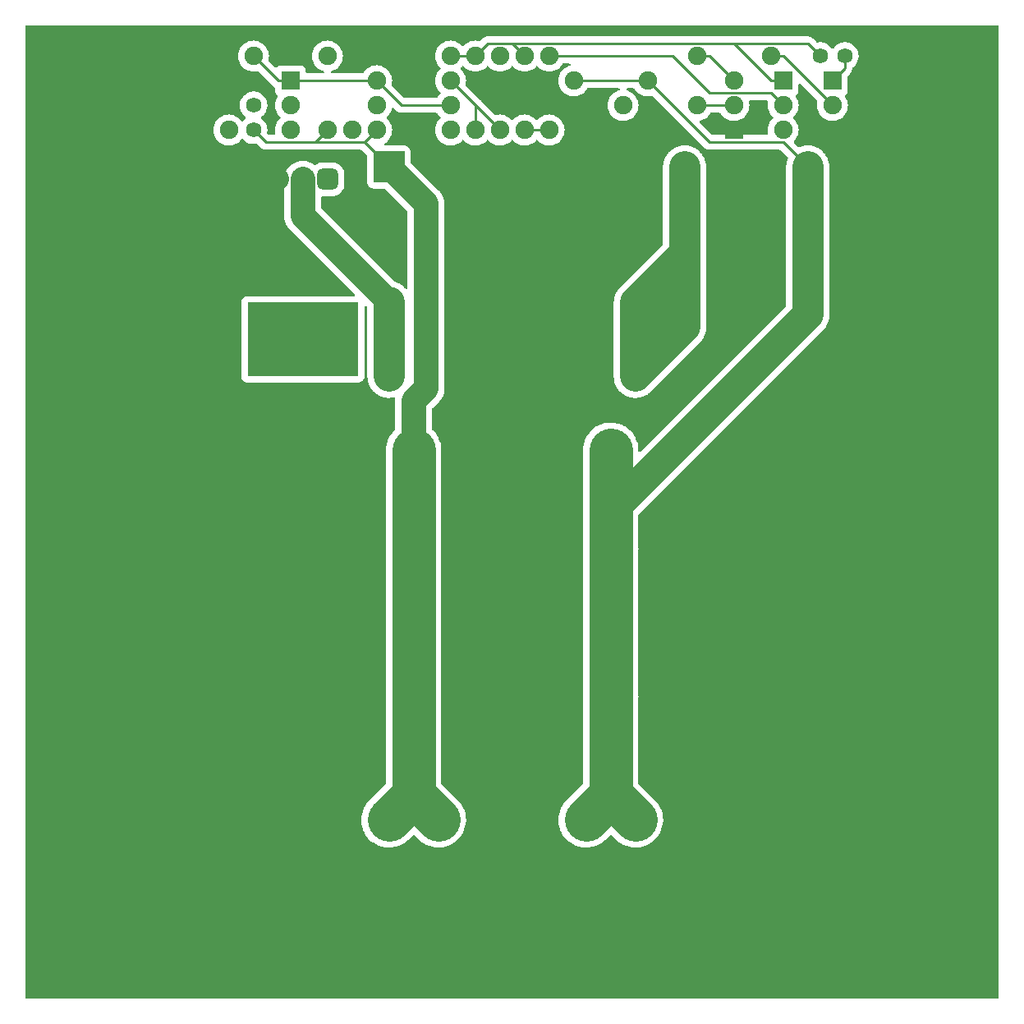
<source format=gbr>
%TF.GenerationSoftware,KiCad,Pcbnew,(6.0.0)*%
%TF.CreationDate,2023-06-01T11:58:54-04:00*%
%TF.ProjectId,SEPIC,53455049-432e-46b6-9963-61645f706362,rev?*%
%TF.SameCoordinates,Original*%
%TF.FileFunction,Copper,L1,Top*%
%TF.FilePolarity,Positive*%
%FSLAX46Y46*%
G04 Gerber Fmt 4.6, Leading zero omitted, Abs format (unit mm)*
G04 Created by KiCad (PCBNEW (6.0.0)) date 2023-06-01 11:58:54*
%MOMM*%
%LPD*%
G01*
G04 APERTURE LIST*
G04 Aperture macros list*
%AMRoundRect*
0 Rectangle with rounded corners*
0 $1 Rounding radius*
0 $2 $3 $4 $5 $6 $7 $8 $9 X,Y pos of 4 corners*
0 Add a 4 corners polygon primitive as box body*
4,1,4,$2,$3,$4,$5,$6,$7,$8,$9,$2,$3,0*
0 Add four circle primitives for the rounded corners*
1,1,$1+$1,$2,$3*
1,1,$1+$1,$4,$5*
1,1,$1+$1,$6,$7*
1,1,$1+$1,$8,$9*
0 Add four rect primitives between the rounded corners*
20,1,$1+$1,$2,$3,$4,$5,0*
20,1,$1+$1,$4,$5,$6,$7,0*
20,1,$1+$1,$6,$7,$8,$9,0*
20,1,$1+$1,$8,$9,$2,$3,0*%
G04 Aperture macros list end*
%TA.AperFunction,ComponentPad*%
%ADD10C,3.175000*%
%TD*%
%TA.AperFunction,ComponentPad*%
%ADD11C,1.905000*%
%TD*%
%TA.AperFunction,ComponentPad*%
%ADD12R,1.905000X1.905000*%
%TD*%
%TA.AperFunction,ComponentPad*%
%ADD13RoundRect,0.635000X0.476250X0.476250X-0.476250X0.476250X-0.476250X-0.476250X0.476250X-0.476250X0*%
%TD*%
%TA.AperFunction,ComponentPad*%
%ADD14C,2.222500*%
%TD*%
%TA.AperFunction,SMDPad,CuDef*%
%ADD15R,11.430000X7.620000*%
%TD*%
%TA.AperFunction,ComponentPad*%
%ADD16R,3.175000X3.175000*%
%TD*%
%TA.AperFunction,ComponentPad*%
%ADD17C,1.587500*%
%TD*%
%TA.AperFunction,ComponentPad*%
%ADD18RoundRect,0.381000X-0.571500X-0.571500X0.571500X-0.571500X0.571500X0.571500X-0.571500X0.571500X0*%
%TD*%
%TA.AperFunction,ViaPad*%
%ADD19C,5.080000*%
%TD*%
%TA.AperFunction,Conductor*%
%ADD20C,0.254000*%
%TD*%
%TA.AperFunction,Conductor*%
%ADD21C,3.175000*%
%TD*%
%TA.AperFunction,Conductor*%
%ADD22C,2.540000*%
%TD*%
%TA.AperFunction,Conductor*%
%ADD23C,4.445000*%
%TD*%
G04 APERTURE END LIST*
D10*
%TO.P,D2,1,K*%
%TO.N,VO*%
X208280000Y-45720000D03*
%TO.P,D2,2,A*%
%TO.N,Net-(C1-Pad1)*%
X195580000Y-45720000D03*
%TD*%
D11*
%TO.P,C5,1*%
%TO.N,VI*%
X166370000Y-80010000D03*
X167640000Y-80010000D03*
%TO.P,C5,2*%
%TO.N,0V*%
X173990000Y-80010000D03*
X172720000Y-80010000D03*
%TD*%
D12*
%TO.P,T0,1,E*%
%TO.N,CAP*%
X154940000Y-31750000D03*
D11*
%TO.P,T0,2,B*%
%TO.N,Net-(R2-Pad2)*%
X154940000Y-34290000D03*
%TO.P,T0,3,C*%
%TO.N,FB*%
X154940000Y-36830000D03*
%TD*%
D10*
%TO.P,D4,1,K*%
%TO.N,VO*%
X208280000Y-55880000D03*
%TO.P,D4,2,A*%
%TO.N,Net-(C1-Pad1)*%
X195580000Y-55880000D03*
%TD*%
%TO.P,D1,1,K*%
%TO.N,VO*%
X208280000Y-40640000D03*
%TO.P,D1,2,A*%
%TO.N,Net-(C1-Pad1)*%
X195580000Y-40640000D03*
%TD*%
D11*
%TO.P,C0,1*%
%TO.N,CAP*%
X151130000Y-29210000D03*
%TO.P,C0,2*%
%TO.N,0V*%
X156210000Y-29210000D03*
%TD*%
%TO.P,R2,1*%
%TO.N,VI*%
X158750000Y-36830000D03*
%TO.P,R2,2*%
%TO.N,Net-(R2-Pad2)*%
X158750000Y-29210000D03*
%TD*%
D13*
%TO.P,T1,1,G*%
%TO.N,Net-(IC0-Pad3)*%
X158750000Y-41910000D03*
D14*
%TO.P,T1,2,D*%
%TO.N,Net-(C1-Pad2)*%
X156210000Y-41910000D03*
%TO.P,T1,3,S*%
%TO.N,0V*%
X153670000Y-41910000D03*
D15*
%TO.P,T1,4*%
%TO.N,N/C*%
X156210000Y-58420000D03*
%TD*%
D10*
%TO.P,D3,1,K*%
%TO.N,VO*%
X208280000Y-50800000D03*
%TO.P,D3,2,A*%
%TO.N,Net-(C1-Pad1)*%
X195580000Y-50800000D03*
%TD*%
D11*
%TO.P,R4,1,1*%
%TO.N,VO*%
X191770000Y-31750000D03*
%TO.P,R4,2,2*%
%TO.N,Net-(R4-Pad2)*%
X196850000Y-34290000D03*
%TO.P,R4,3,3*%
%TO.N,0V*%
X191770000Y-36830000D03*
%TD*%
D12*
%TO.P,T3,1,E*%
%TO.N,VI*%
X205740000Y-31750000D03*
D11*
%TO.P,T3,2,B*%
%TO.N,Net-(R6-Pad1)*%
X205740000Y-34290000D03*
%TO.P,T3,3,C*%
%TO.N,FB*%
X205740000Y-36830000D03*
%TD*%
%TO.P,C4,1*%
%TO.N,VO*%
X187960000Y-68580000D03*
%TO.P,C4,2*%
%TO.N,0V*%
X182880000Y-68580000D03*
%TD*%
%TO.P,D6,1,K*%
%TO.N,VI*%
X166370000Y-71120000D03*
%TO.P,D6,2,A*%
%TO.N,0V*%
X173990000Y-71120000D03*
%TD*%
D10*
%TO.P,C1,1*%
%TO.N,Net-(C1-Pad1)*%
X190500000Y-62230000D03*
%TO.P,C1,2*%
%TO.N,Net-(C1-Pad2)*%
X165100000Y-62230000D03*
%TD*%
D11*
%TO.P,R8,1*%
%TO.N,Net-(R8-Pad1)*%
X204470000Y-29210000D03*
%TO.P,R8,2*%
%TO.N,O{slash}D*%
X196850000Y-29210000D03*
%TD*%
D16*
%TO.P,H0,1,Pin_1*%
%TO.N,VI*%
X165100000Y-107950000D03*
D10*
%TO.P,H0,2,Pin_2*%
X170180000Y-107950000D03*
%TO.P,H0,3,Pin_3*%
%TO.N,0V*%
X175260000Y-107950000D03*
%TO.P,H0,4,Pin_4*%
X180340000Y-107950000D03*
%TO.P,H0,5,Pin_5*%
%TO.N,VO*%
X185420000Y-107950000D03*
%TO.P,H0,6,Pin_6*%
X190500000Y-107950000D03*
%TD*%
D11*
%TO.P,D5,1,K*%
%TO.N,VO*%
X189230000Y-71120000D03*
%TO.P,D5,2,A*%
%TO.N,0V*%
X181610000Y-71120000D03*
%TD*%
D17*
%TO.P,D7,1,K*%
%TO.N,Net-(D7-Pad1)*%
X151130000Y-34290000D03*
%TO.P,D7,2,A*%
%TO.N,VI*%
X151130000Y-36830000D03*
%TD*%
D11*
%TO.P,R1,1*%
%TO.N,Net-(IC0-Pad7)*%
X176530000Y-36830000D03*
%TO.P,R1,2*%
%TO.N,CAP*%
X176530000Y-29210000D03*
%TD*%
D16*
%TO.P,L0,1*%
%TO.N,VI*%
X165100000Y-40640000D03*
D10*
%TO.P,L0,2*%
%TO.N,Net-(C1-Pad2)*%
X165100000Y-54610000D03*
%TO.P,L0,3*%
%TO.N,Net-(C1-Pad1)*%
X190500000Y-54610000D03*
%TO.P,L0,4*%
%TO.N,0V*%
X190500000Y-40640000D03*
%TD*%
D11*
%TO.P,R3,1,1*%
%TO.N,VO*%
X184150000Y-31750000D03*
%TO.P,R3,2,2*%
%TO.N,FB*%
X189230000Y-34290000D03*
%TO.P,R3,3,3*%
%TO.N,0V*%
X184150000Y-36830000D03*
%TD*%
D12*
%TO.P,T4,1,E*%
%TO.N,Net-(D8-Pad1)*%
X210820000Y-31750000D03*
D11*
%TO.P,T4,2,B*%
%TO.N,Net-(R8-Pad1)*%
X210820000Y-34290000D03*
%TO.P,T4,3,C*%
%TO.N,0V*%
X210820000Y-36830000D03*
%TD*%
%TO.P,R0,1*%
%TO.N,VI*%
X173990000Y-29210000D03*
%TO.P,R0,2*%
%TO.N,Net-(IC0-Pad7)*%
X173990000Y-36830000D03*
%TD*%
%TO.P,R5,1*%
%TO.N,O{slash}D*%
X179070000Y-36830000D03*
%TO.P,R5,2*%
%TO.N,VI*%
X179070000Y-29210000D03*
%TD*%
D17*
%TO.P,D8,1,K*%
%TO.N,Net-(D8-Pad1)*%
X212090000Y-29210000D03*
%TO.P,D8,2,A*%
%TO.N,VI*%
X209550000Y-29210000D03*
%TD*%
D11*
%TO.P,R7,1*%
%TO.N,Net-(D7-Pad1)*%
X148590000Y-36830000D03*
%TO.P,R7,2*%
%TO.N,0V*%
X148590000Y-29210000D03*
%TD*%
%TO.P,C2,1*%
%TO.N,VO*%
X189230000Y-80010000D03*
X187960000Y-80010000D03*
%TO.P,C2,2*%
%TO.N,0V*%
X181610000Y-80010000D03*
X182880000Y-80010000D03*
%TD*%
%TO.P,C7,1*%
%TO.N,VI*%
X167640000Y-68580000D03*
%TO.P,C7,2*%
%TO.N,0V*%
X172720000Y-68580000D03*
%TD*%
D18*
%TO.P,IC0,1,GND*%
%TO.N,0V*%
X163830000Y-29210000D03*
D11*
%TO.P,IC0,2,TRG*%
%TO.N,CAP*%
X163830000Y-31750000D03*
%TO.P,IC0,3,Q*%
%TO.N,Net-(IC0-Pad3)*%
X163830000Y-34290000D03*
%TO.P,IC0,4,RST*%
%TO.N,VI*%
X163830000Y-36830000D03*
%TO.P,IC0,5,CTL*%
%TO.N,Net-(D0-Pad1)*%
X171450000Y-36830000D03*
%TO.P,IC0,6,THR*%
%TO.N,CAP*%
X171450000Y-34290000D03*
%TO.P,IC0,7,DCH*%
%TO.N,Net-(IC0-Pad7)*%
X171450000Y-31750000D03*
%TO.P,IC0,8,VCC*%
%TO.N,VI*%
X171450000Y-29210000D03*
%TD*%
%TO.P,C6,1*%
%TO.N,VI*%
X167640000Y-95250000D03*
X166370000Y-95250000D03*
%TO.P,C6,2*%
%TO.N,0V*%
X173990000Y-95250000D03*
X172720000Y-95250000D03*
%TD*%
D12*
%TO.P,T2,1,S*%
%TO.N,0V*%
X200660000Y-36830000D03*
D11*
%TO.P,T2,2,G*%
%TO.N,Net-(R4-Pad2)*%
X200660000Y-34290000D03*
%TO.P,T2,3,D*%
%TO.N,O{slash}D*%
X200660000Y-31750000D03*
%TD*%
%TO.P,C3,1*%
%TO.N,VO*%
X189230000Y-95250000D03*
X187960000Y-95250000D03*
%TO.P,C3,2*%
%TO.N,0V*%
X181610000Y-95250000D03*
X182880000Y-95250000D03*
%TD*%
%TO.P,R6,1*%
%TO.N,Net-(R6-Pad1)*%
X181610000Y-29210000D03*
%TO.P,R6,2*%
%TO.N,O{slash}D*%
X181610000Y-36830000D03*
%TD*%
%TO.P,D0,1,K*%
%TO.N,Net-(D0-Pad1)*%
X161290000Y-36830000D03*
%TO.P,D0,2,A*%
%TO.N,0V*%
X161290000Y-29210000D03*
%TD*%
D19*
%TO.N,0V*%
X133350000Y-120650000D03*
X222250000Y-120650000D03*
X222250000Y-31750000D03*
X133350000Y-31750000D03*
%TD*%
D20*
%TO.N,CAP*%
X154940000Y-31750000D02*
X163830000Y-31750000D01*
X163830000Y-31750000D02*
X166370000Y-34290000D01*
X166370000Y-34290000D02*
X171450000Y-34290000D01*
X151130000Y-29210000D02*
X153670000Y-31750000D01*
X153670000Y-31750000D02*
X154940000Y-31750000D01*
D21*
%TO.N,Net-(C1-Pad1)*%
X195580000Y-48895000D02*
X195580000Y-49530000D01*
X195580000Y-57150000D02*
X190500000Y-62230000D01*
X195580000Y-55880000D02*
X194310000Y-54610000D01*
X190500000Y-54610000D02*
X190500000Y-62230000D01*
X195580000Y-55880000D02*
X195580000Y-57150000D01*
X195580000Y-55880000D02*
X193675000Y-55880000D01*
X193675000Y-55880000D02*
X191770000Y-57785000D01*
X195580000Y-40640000D02*
X195580000Y-55880000D01*
X195580000Y-49530000D02*
X190500000Y-54610000D01*
X194310000Y-54610000D02*
X190500000Y-54610000D01*
%TO.N,Net-(C1-Pad2)*%
X165100000Y-54610000D02*
X165100000Y-62230000D01*
D22*
X156210000Y-45720000D02*
X165100000Y-54610000D01*
X156210000Y-41910000D02*
X156210000Y-45720000D01*
D23*
%TO.N,VO*%
X190500000Y-107950000D02*
X187960000Y-105410000D01*
D21*
X208280000Y-55880000D02*
X188595000Y-75565000D01*
D20*
X205740000Y-38100000D02*
X208280000Y-40640000D01*
D23*
X187960000Y-105410000D02*
X187960000Y-69850000D01*
D20*
X198120000Y-38100000D02*
X205740000Y-38100000D01*
X191770000Y-31750000D02*
X198120000Y-38100000D01*
X184150000Y-31750000D02*
X191770000Y-31750000D01*
D23*
X187960000Y-105410000D02*
X185420000Y-107950000D01*
D21*
X208280000Y-40640000D02*
X208280000Y-55880000D01*
D22*
%TO.N,VI*%
X168910000Y-44450000D02*
X168910000Y-63500000D01*
D20*
X171450000Y-29210000D02*
X173990000Y-29210000D01*
X152399511Y-38099511D02*
X157480489Y-38099511D01*
X177800000Y-27940000D02*
X179070000Y-29210000D01*
X151130000Y-36830000D02*
X152399511Y-38099511D01*
D22*
X165100000Y-40640000D02*
X168910000Y-44450000D01*
D23*
X167640000Y-105410000D02*
X167640000Y-69850000D01*
D20*
X175260000Y-27940000D02*
X177800000Y-27940000D01*
X205740000Y-31750000D02*
X204470000Y-31750000D01*
X157480489Y-38099511D02*
X158750000Y-36830000D01*
D22*
X168910000Y-63500000D02*
X167640000Y-64770000D01*
D20*
X177800000Y-27940000D02*
X200025000Y-27940000D01*
X165100000Y-40639022D02*
X165100000Y-40640000D01*
X173990000Y-29210000D02*
X175260000Y-27940000D01*
X162560489Y-38099511D02*
X165100000Y-40639022D01*
D23*
X170180000Y-107950000D02*
X167640000Y-105410000D01*
D20*
X200025000Y-27940000D02*
X208280000Y-27940000D01*
X204470000Y-31750000D02*
X200660000Y-27940000D01*
X157480489Y-38099511D02*
X162560489Y-38099511D01*
X200660000Y-27940000D02*
X200025000Y-27940000D01*
D23*
X167640000Y-105410000D02*
X165100000Y-107950000D01*
D20*
X162560489Y-38099511D02*
X163830000Y-36830000D01*
X208280000Y-27940000D02*
X209550000Y-29210000D01*
D22*
X167640000Y-64770000D02*
X167640000Y-68580000D01*
D20*
%TO.N,Net-(D8-Pad1)*%
X212090000Y-30480000D02*
X212090000Y-29210000D01*
X210820000Y-31750000D02*
X212090000Y-30480000D01*
%TO.N,Net-(IC0-Pad7)*%
X171450000Y-31750000D02*
X173990000Y-34290000D01*
X173990000Y-34290000D02*
X173990000Y-36830000D01*
X173990000Y-34290000D02*
X176530000Y-36830000D01*
%TO.N,Net-(R4-Pad2)*%
X196850000Y-34290000D02*
X200660000Y-34290000D01*
%TO.N,O{slash}D*%
X179070000Y-36830000D02*
X181610000Y-36830000D01*
X196850000Y-29210000D02*
X198120000Y-29210000D01*
X198120000Y-29210000D02*
X200660000Y-31750000D01*
%TO.N,Net-(R6-Pad1)*%
X194310000Y-29210000D02*
X198120000Y-33020000D01*
X181610000Y-29210000D02*
X194310000Y-29210000D01*
X198120000Y-33020000D02*
X204470000Y-33020000D01*
X204470000Y-33020000D02*
X205740000Y-34290000D01*
%TO.N,Net-(R8-Pad1)*%
X204470000Y-29210000D02*
X205740000Y-29210000D01*
X205740000Y-29210000D02*
X210820000Y-34290000D01*
%TD*%
%TA.AperFunction,Conductor*%
%TO.N,0V*%
G36*
X227907121Y-26055002D02*
G01*
X227953614Y-26108658D01*
X227965000Y-26161000D01*
X227965000Y-126239000D01*
X227944998Y-126307121D01*
X227891342Y-126353614D01*
X227839000Y-126365000D01*
X127761000Y-126365000D01*
X127692879Y-126344998D01*
X127646386Y-126291342D01*
X127635000Y-126239000D01*
X127635000Y-36830000D01*
X146997090Y-36830000D01*
X147016701Y-37079186D01*
X147044045Y-37193079D01*
X147058312Y-37252504D01*
X147075053Y-37322236D01*
X147076943Y-37326799D01*
X147076945Y-37326805D01*
X147168812Y-37548592D01*
X147170707Y-37553166D01*
X147301309Y-37766289D01*
X147463643Y-37956357D01*
X147653711Y-38118691D01*
X147866834Y-38249293D01*
X147871404Y-38251186D01*
X147871408Y-38251188D01*
X148093195Y-38343055D01*
X148093201Y-38343057D01*
X148097764Y-38344947D01*
X148102564Y-38346099D01*
X148102569Y-38346101D01*
X148213832Y-38372813D01*
X148340814Y-38403299D01*
X148590000Y-38422910D01*
X148839186Y-38403299D01*
X148966168Y-38372813D01*
X149077431Y-38346101D01*
X149077436Y-38346099D01*
X149082236Y-38344947D01*
X149086799Y-38343057D01*
X149086805Y-38343055D01*
X149308592Y-38251188D01*
X149308596Y-38251186D01*
X149313166Y-38249293D01*
X149526289Y-38118691D01*
X149716357Y-37956357D01*
X149797335Y-37861544D01*
X149868619Y-37778082D01*
X149928070Y-37739273D01*
X149999065Y-37738767D01*
X150059667Y-37777416D01*
X150123188Y-37850746D01*
X150123192Y-37850750D01*
X150126579Y-37854660D01*
X150307407Y-38004785D01*
X150311863Y-38007389D01*
X150311866Y-38007391D01*
X150433892Y-38078697D01*
X150510325Y-38123361D01*
X150729885Y-38207203D01*
X150734951Y-38208234D01*
X150734952Y-38208234D01*
X150934671Y-38248867D01*
X150960191Y-38254059D01*
X151195057Y-38262672D01*
X151302819Y-38248867D01*
X151390124Y-38237683D01*
X151460234Y-38248867D01*
X151495229Y-38273567D01*
X151812701Y-38591039D01*
X151825088Y-38605452D01*
X151838057Y-38623075D01*
X151853584Y-38636266D01*
X151878566Y-38657490D01*
X151886082Y-38664420D01*
X151891826Y-38670164D01*
X151894700Y-38672438D01*
X151894707Y-38672444D01*
X151914222Y-38687883D01*
X151917626Y-38690674D01*
X151967983Y-38733456D01*
X151967987Y-38733459D01*
X151973562Y-38738195D01*
X151980079Y-38741523D01*
X151985143Y-38744900D01*
X151990367Y-38748127D01*
X151996111Y-38752671D01*
X152062615Y-38783753D01*
X152066512Y-38785658D01*
X152131915Y-38819054D01*
X152139029Y-38820795D01*
X152144763Y-38822927D01*
X152150559Y-38824855D01*
X152157191Y-38827955D01*
X152229066Y-38842905D01*
X152233350Y-38843875D01*
X152304623Y-38861315D01*
X152310225Y-38861663D01*
X152310228Y-38861663D01*
X152315841Y-38862011D01*
X152315839Y-38862048D01*
X152319738Y-38862284D01*
X152324109Y-38862674D01*
X152331268Y-38864163D01*
X152409088Y-38862057D01*
X152412497Y-38862011D01*
X157413113Y-38862011D01*
X157432063Y-38863444D01*
X157446462Y-38865635D01*
X157446468Y-38865635D01*
X157453697Y-38866735D01*
X157460989Y-38866142D01*
X157460992Y-38866142D01*
X157506672Y-38862426D01*
X157516887Y-38862011D01*
X162192461Y-38862011D01*
X162260582Y-38882013D01*
X162281556Y-38898916D01*
X162840095Y-39457455D01*
X162874121Y-39519767D01*
X162877000Y-39546550D01*
X162877001Y-42291680D01*
X162879835Y-42327704D01*
X162924631Y-42481893D01*
X163006365Y-42620098D01*
X163119902Y-42733635D01*
X163126723Y-42737669D01*
X163243322Y-42806625D01*
X163258107Y-42815369D01*
X163265718Y-42817580D01*
X163265720Y-42817581D01*
X163406119Y-42858371D01*
X163406124Y-42858372D01*
X163412296Y-42860165D01*
X163433919Y-42861867D01*
X163445862Y-42862807D01*
X163445871Y-42862807D01*
X163448319Y-42863000D01*
X164576026Y-42863000D01*
X164644147Y-42883002D01*
X164665121Y-42899905D01*
X166967595Y-45202379D01*
X167001621Y-45264691D01*
X167004500Y-45291474D01*
X167004500Y-53074820D01*
X166984498Y-53142941D01*
X166930842Y-53189434D01*
X166860568Y-53199538D01*
X166795988Y-53170044D01*
X166784571Y-53158805D01*
X166770387Y-53142941D01*
X166759386Y-53130636D01*
X166758693Y-53129853D01*
X166677996Y-53037835D01*
X166677987Y-53037826D01*
X166675271Y-53034729D01*
X166672167Y-53032007D01*
X166669259Y-53029099D01*
X166669318Y-53029040D01*
X166662598Y-53022385D01*
X166658832Y-53018173D01*
X166551692Y-52926342D01*
X166550613Y-52925406D01*
X166459282Y-52845311D01*
X166459279Y-52845308D01*
X166456180Y-52842591D01*
X166452452Y-52840100D01*
X166440463Y-52831008D01*
X166434610Y-52825991D01*
X166318678Y-52750704D01*
X166317414Y-52749871D01*
X166213885Y-52680695D01*
X166210190Y-52678873D01*
X166210187Y-52678871D01*
X166208035Y-52677810D01*
X166195149Y-52670483D01*
X166186939Y-52665151D01*
X166064641Y-52607080D01*
X166062958Y-52606266D01*
X165956235Y-52553635D01*
X165956227Y-52553632D01*
X165952531Y-52551809D01*
X165944410Y-52549052D01*
X165930872Y-52543562D01*
X165923947Y-52540273D01*
X165923940Y-52540270D01*
X165920172Y-52538481D01*
X165793671Y-52497865D01*
X165791817Y-52497253D01*
X165676589Y-52458139D01*
X165672549Y-52457335D01*
X165672540Y-52457333D01*
X165672046Y-52457235D01*
X165671918Y-52457167D01*
X165668557Y-52456266D01*
X165668767Y-52455482D01*
X165607536Y-52422752D01*
X158152405Y-44967621D01*
X158118379Y-44905309D01*
X158115500Y-44878526D01*
X158115500Y-43782750D01*
X158135502Y-43714629D01*
X158189158Y-43668136D01*
X158241500Y-43656750D01*
X159289384Y-43656750D01*
X159291924Y-43656543D01*
X159291934Y-43656543D01*
X159354535Y-43651451D01*
X159432397Y-43645118D01*
X159437599Y-43643782D01*
X159437601Y-43643782D01*
X159646625Y-43590113D01*
X159652066Y-43588716D01*
X159657169Y-43586380D01*
X159657171Y-43586379D01*
X159729826Y-43553115D01*
X159858274Y-43494307D01*
X160044506Y-43364873D01*
X160204873Y-43204506D01*
X160334307Y-43018274D01*
X160428716Y-42812066D01*
X160485118Y-42592397D01*
X160496750Y-42449384D01*
X160496750Y-41370616D01*
X160485118Y-41227603D01*
X160474183Y-41185012D01*
X160430113Y-41013375D01*
X160428716Y-41007934D01*
X160334307Y-40801726D01*
X160204873Y-40615494D01*
X160044506Y-40455127D01*
X159880648Y-40341243D01*
X159862880Y-40328894D01*
X159862878Y-40328893D01*
X159858274Y-40325693D01*
X159695219Y-40251041D01*
X159657171Y-40233621D01*
X159657169Y-40233620D01*
X159652066Y-40231284D01*
X159513481Y-40195701D01*
X159437601Y-40176218D01*
X159437599Y-40176218D01*
X159432397Y-40174882D01*
X159350428Y-40168215D01*
X159291934Y-40163457D01*
X159291924Y-40163457D01*
X159289384Y-40163250D01*
X158210616Y-40163250D01*
X158208076Y-40163457D01*
X158208066Y-40163457D01*
X158149572Y-40168215D01*
X158067603Y-40174882D01*
X158062401Y-40176218D01*
X158062399Y-40176218D01*
X157986519Y-40195701D01*
X157847934Y-40231284D01*
X157842831Y-40233620D01*
X157842829Y-40233621D01*
X157804781Y-40251041D01*
X157641726Y-40325693D01*
X157637117Y-40328896D01*
X157637114Y-40328898D01*
X157525921Y-40406178D01*
X157458569Y-40428631D01*
X157389769Y-40411105D01*
X157379862Y-40404584D01*
X157223327Y-40290645D01*
X157223320Y-40290640D01*
X157219633Y-40287957D01*
X156974906Y-40159200D01*
X156714155Y-40067119D01*
X156583172Y-40041303D01*
X156447315Y-40014525D01*
X156447309Y-40014524D01*
X156442843Y-40013644D01*
X156438290Y-40013417D01*
X156438287Y-40013417D01*
X156171223Y-40000122D01*
X156171217Y-40000122D01*
X156166654Y-39999895D01*
X155891372Y-40026159D01*
X155886942Y-40027243D01*
X155886936Y-40027244D01*
X155724927Y-40066888D01*
X155622765Y-40091887D01*
X155618530Y-40093602D01*
X155618528Y-40093603D01*
X155414561Y-40176218D01*
X155366460Y-40195701D01*
X155267783Y-40253479D01*
X155138984Y-40328894D01*
X155127826Y-40335427D01*
X154911861Y-40508138D01*
X154723091Y-40710216D01*
X154565469Y-40937427D01*
X154442297Y-41185012D01*
X154356156Y-41447785D01*
X154308850Y-41720240D01*
X154304500Y-41807618D01*
X154304500Y-45606518D01*
X154303727Y-45620454D01*
X154300811Y-45646657D01*
X154300966Y-45651214D01*
X154300966Y-45651218D01*
X154304427Y-45752859D01*
X154304500Y-45757147D01*
X154304500Y-45790247D01*
X154304665Y-45792519D01*
X154304665Y-45792523D01*
X154306587Y-45819004D01*
X154306843Y-45823820D01*
X154310221Y-45923028D01*
X154315563Y-45952569D01*
X154317243Y-45965863D01*
X154319415Y-45995807D01*
X154320399Y-46000262D01*
X154320399Y-46000265D01*
X154340814Y-46092732D01*
X154341763Y-46097462D01*
X154359428Y-46195146D01*
X154360881Y-46199475D01*
X154360882Y-46199480D01*
X154368979Y-46223609D01*
X154372563Y-46236532D01*
X154379032Y-46265835D01*
X154380650Y-46270106D01*
X154380651Y-46270109D01*
X154414193Y-46358642D01*
X154415816Y-46363186D01*
X154447401Y-46457311D01*
X154460959Y-46484092D01*
X154466367Y-46496355D01*
X154477004Y-46524430D01*
X154479218Y-46528417D01*
X154479219Y-46528418D01*
X154525207Y-46611212D01*
X154527474Y-46615485D01*
X154572299Y-46704030D01*
X154574929Y-46707765D01*
X154589580Y-46728573D01*
X154596698Y-46739920D01*
X154611281Y-46766173D01*
X154671527Y-46845114D01*
X154674343Y-46848956D01*
X154731503Y-46930135D01*
X154734080Y-46932983D01*
X154734084Y-46932987D01*
X154759262Y-46960803D01*
X154766005Y-46968911D01*
X154779047Y-46986000D01*
X154875266Y-47080060D01*
X154876282Y-47081066D01*
X161554621Y-53759405D01*
X161588647Y-53821717D01*
X161583582Y-53892532D01*
X161541035Y-53949368D01*
X161474515Y-53974179D01*
X161465526Y-53974500D01*
X150522259Y-53974501D01*
X150430820Y-53974501D01*
X150411577Y-53976015D01*
X150401214Y-53976830D01*
X150401213Y-53976830D01*
X150394796Y-53977335D01*
X150388616Y-53979130D01*
X150388613Y-53979131D01*
X150248220Y-54019919D01*
X150248218Y-54019920D01*
X150240607Y-54022131D01*
X150233785Y-54026166D01*
X150233784Y-54026166D01*
X150211244Y-54039496D01*
X150102402Y-54103865D01*
X149988865Y-54217402D01*
X149984831Y-54224223D01*
X149922147Y-54330217D01*
X149907131Y-54355607D01*
X149904920Y-54363218D01*
X149904919Y-54363220D01*
X149864129Y-54503619D01*
X149864128Y-54503624D01*
X149862335Y-54509796D01*
X149859500Y-54545819D01*
X149859501Y-62294180D01*
X149862335Y-62330204D01*
X149864130Y-62336381D01*
X149864131Y-62336387D01*
X149904919Y-62476780D01*
X149907131Y-62484393D01*
X149911166Y-62491215D01*
X149911166Y-62491216D01*
X149984831Y-62615777D01*
X149988865Y-62622598D01*
X150102402Y-62736135D01*
X150109223Y-62740169D01*
X150226189Y-62809342D01*
X150240607Y-62817869D01*
X150248218Y-62820080D01*
X150248220Y-62820081D01*
X150388619Y-62860871D01*
X150388624Y-62860872D01*
X150394796Y-62862665D01*
X150416419Y-62864367D01*
X150428362Y-62865307D01*
X150428371Y-62865307D01*
X150430819Y-62865500D01*
X156205322Y-62865500D01*
X161989180Y-62865499D01*
X162008423Y-62863985D01*
X162018786Y-62863170D01*
X162018787Y-62863170D01*
X162025204Y-62862665D01*
X162031384Y-62860870D01*
X162031387Y-62860869D01*
X162171780Y-62820081D01*
X162171782Y-62820080D01*
X162179393Y-62817869D01*
X162193812Y-62809342D01*
X162310777Y-62740169D01*
X162317598Y-62736135D01*
X162431135Y-62622598D01*
X162435169Y-62615777D01*
X162508834Y-62491216D01*
X162508834Y-62491215D01*
X162512869Y-62484393D01*
X162515081Y-62476780D01*
X162555871Y-62336381D01*
X162555872Y-62336376D01*
X162557665Y-62330204D01*
X162559987Y-62300703D01*
X162560307Y-62296638D01*
X162560307Y-62296629D01*
X162560500Y-62294181D01*
X162560499Y-55069473D01*
X162580501Y-55001352D01*
X162634157Y-54954859D01*
X162704431Y-54944755D01*
X162769011Y-54974249D01*
X162775594Y-54980378D01*
X162840095Y-55044879D01*
X162874121Y-55107191D01*
X162877000Y-55133974D01*
X162877000Y-62153102D01*
X162876730Y-62161343D01*
X162872230Y-62230000D01*
X162872500Y-62234119D01*
X162872500Y-62234120D01*
X162876864Y-62300703D01*
X162877000Y-62303450D01*
X162877000Y-62304901D01*
X162887543Y-62463636D01*
X162891289Y-62520782D01*
X162891364Y-62521161D01*
X162891597Y-62524664D01*
X162892421Y-62528753D01*
X162892422Y-62528757D01*
X162925914Y-62694862D01*
X162925979Y-62695184D01*
X162933010Y-62730529D01*
X162948139Y-62806589D01*
X162948668Y-62808148D01*
X162948951Y-62809353D01*
X162949140Y-62810048D01*
X162949967Y-62814151D01*
X162966054Y-62860871D01*
X163002092Y-62965532D01*
X163002270Y-62966053D01*
X163041809Y-63082531D01*
X163043134Y-63085217D01*
X163044504Y-63088833D01*
X163044748Y-63089414D01*
X163046112Y-63093375D01*
X163053818Y-63108763D01*
X163114641Y-63230224D01*
X163114949Y-63230844D01*
X163170695Y-63343885D01*
X163172995Y-63347328D01*
X163173287Y-63347833D01*
X163176138Y-63353129D01*
X163176470Y-63353695D01*
X163178341Y-63357431D01*
X163180691Y-63360888D01*
X163180691Y-63360889D01*
X163261655Y-63480023D01*
X163262207Y-63480842D01*
X163332591Y-63586180D01*
X163335307Y-63589277D01*
X163337824Y-63592557D01*
X163337652Y-63592689D01*
X163339393Y-63594939D01*
X163339409Y-63594927D01*
X163341983Y-63598221D01*
X163344332Y-63601678D01*
X163423087Y-63689760D01*
X163440505Y-63709241D01*
X163441307Y-63710147D01*
X163522004Y-63802165D01*
X163522013Y-63802174D01*
X163524729Y-63805271D01*
X163527833Y-63807993D01*
X163530741Y-63810901D01*
X163530682Y-63810960D01*
X163537402Y-63817615D01*
X163541168Y-63821827D01*
X163544338Y-63824544D01*
X163544339Y-63824545D01*
X163648308Y-63913658D01*
X163649387Y-63914594D01*
X163725082Y-63980976D01*
X163743820Y-63997409D01*
X163747548Y-63999900D01*
X163759536Y-64008991D01*
X163765390Y-64014009D01*
X163881322Y-64089296D01*
X163882586Y-64090129D01*
X163986115Y-64159305D01*
X163989810Y-64161127D01*
X163989813Y-64161129D01*
X163991965Y-64162190D01*
X164004851Y-64169517D01*
X164013061Y-64174849D01*
X164016839Y-64176643D01*
X164016841Y-64176644D01*
X164135359Y-64232920D01*
X164137042Y-64233734D01*
X164243765Y-64286365D01*
X164243773Y-64286368D01*
X164247469Y-64288191D01*
X164255590Y-64290948D01*
X164269128Y-64296438D01*
X164276053Y-64299727D01*
X164276058Y-64299729D01*
X164279828Y-64301519D01*
X164406329Y-64342135D01*
X164408183Y-64342747D01*
X164523411Y-64381861D01*
X164527450Y-64382664D01*
X164527456Y-64382666D01*
X164533831Y-64383934D01*
X164547757Y-64387542D01*
X164557020Y-64390516D01*
X164561004Y-64391795D01*
X164620323Y-64402468D01*
X164689274Y-64414874D01*
X164691543Y-64415304D01*
X164700311Y-64417048D01*
X164809218Y-64438711D01*
X164813334Y-64438981D01*
X164813335Y-64438981D01*
X164821860Y-64439540D01*
X164835922Y-64441261D01*
X164847528Y-64443349D01*
X164847536Y-64443350D01*
X164851650Y-64444090D01*
X164855826Y-64444280D01*
X164855829Y-64444280D01*
X164979407Y-64449892D01*
X164981931Y-64450032D01*
X165095880Y-64457500D01*
X165100000Y-64457770D01*
X165104120Y-64457500D01*
X165104122Y-64457500D01*
X165114684Y-64456808D01*
X165128635Y-64456668D01*
X165142488Y-64457297D01*
X165142493Y-64457297D01*
X165146659Y-64457486D01*
X165150807Y-64457123D01*
X165150811Y-64457123D01*
X165271749Y-64446542D01*
X165274490Y-64446333D01*
X165312554Y-64443838D01*
X165390782Y-64438711D01*
X165394827Y-64437906D01*
X165394845Y-64437904D01*
X165407216Y-64435443D01*
X165420812Y-64433502D01*
X165436679Y-64432114D01*
X165436697Y-64432111D01*
X165440849Y-64431748D01*
X165444916Y-64430839D01*
X165444935Y-64430836D01*
X165561133Y-64404862D01*
X165563960Y-64404264D01*
X165596612Y-64397769D01*
X165667325Y-64404099D01*
X165723392Y-64447655D01*
X165747010Y-64514608D01*
X165745333Y-64542899D01*
X165738850Y-64580240D01*
X165738659Y-64584079D01*
X165736794Y-64621538D01*
X165735829Y-64632042D01*
X165732966Y-64653361D01*
X165733213Y-64675124D01*
X165734492Y-64787828D01*
X165734500Y-64789258D01*
X165734500Y-67661078D01*
X165714498Y-67729199D01*
X165690580Y-67756675D01*
X165653976Y-67788103D01*
X165653965Y-67788113D01*
X165651174Y-67790510D01*
X165424474Y-68036613D01*
X165228035Y-68307484D01*
X165064541Y-68599424D01*
X165063133Y-68602814D01*
X165063129Y-68602823D01*
X164953810Y-68866093D01*
X164936224Y-68908446D01*
X164844837Y-69230327D01*
X164844252Y-69233957D01*
X164844251Y-69233963D01*
X164792175Y-69557281D01*
X164791629Y-69560673D01*
X164782000Y-69750748D01*
X164782000Y-71052655D01*
X164781612Y-71062541D01*
X164777090Y-71120000D01*
X164777478Y-71124930D01*
X164781612Y-71177459D01*
X164782000Y-71187345D01*
X164782000Y-79942655D01*
X164781612Y-79952541D01*
X164777090Y-80010000D01*
X164777478Y-80014930D01*
X164781612Y-80067459D01*
X164782000Y-80077345D01*
X164782000Y-95182655D01*
X164781612Y-95192541D01*
X164777090Y-95250000D01*
X164777478Y-95254930D01*
X164781612Y-95307459D01*
X164782000Y-95317345D01*
X164782000Y-104173987D01*
X164761998Y-104242108D01*
X164745095Y-104263082D01*
X163209258Y-105798920D01*
X163184302Y-105818279D01*
X163119902Y-105856365D01*
X163006365Y-105969902D01*
X163002329Y-105976726D01*
X163002327Y-105976729D01*
X162953617Y-106059094D01*
X162939315Y-106078691D01*
X162853163Y-106175556D01*
X162851063Y-106178561D01*
X162851058Y-106178567D01*
X162851056Y-106178570D01*
X162661481Y-106449814D01*
X162503108Y-106744563D01*
X162380204Y-107055777D01*
X162294448Y-107379204D01*
X162247014Y-107710428D01*
X162238546Y-108044924D01*
X162238884Y-108048601D01*
X162238884Y-108048605D01*
X162265405Y-108337222D01*
X162269163Y-108378123D01*
X162338445Y-108705476D01*
X162339620Y-108708959D01*
X162339623Y-108708968D01*
X162390851Y-108860749D01*
X162445447Y-109022509D01*
X162447028Y-109025846D01*
X162447030Y-109025851D01*
X162569938Y-109285278D01*
X162588706Y-109324893D01*
X162590656Y-109328008D01*
X162590659Y-109328013D01*
X162702652Y-109506892D01*
X162766266Y-109608498D01*
X162768572Y-109611371D01*
X162768575Y-109611375D01*
X162950303Y-109837803D01*
X162960488Y-109852525D01*
X163006365Y-109930098D01*
X163119902Y-110043635D01*
X163188646Y-110084290D01*
X163208449Y-110099524D01*
X163208756Y-110099174D01*
X163211525Y-110101598D01*
X163214153Y-110104185D01*
X163299748Y-110170699D01*
X163475449Y-110307232D01*
X163475453Y-110307235D01*
X163478363Y-110309496D01*
X163481513Y-110311400D01*
X163481516Y-110311402D01*
X163761582Y-110480683D01*
X163761586Y-110480685D01*
X163764721Y-110482580D01*
X163902323Y-110545144D01*
X164065973Y-110619552D01*
X164065978Y-110619554D01*
X164069319Y-110621073D01*
X164072815Y-110622192D01*
X164072820Y-110622194D01*
X164384482Y-110721957D01*
X164384485Y-110721958D01*
X164387994Y-110723081D01*
X164391613Y-110723788D01*
X164391614Y-110723788D01*
X164712777Y-110786507D01*
X164712783Y-110786508D01*
X164716394Y-110787213D01*
X164720064Y-110787492D01*
X164720070Y-110787493D01*
X164923750Y-110802986D01*
X165050033Y-110812592D01*
X165053714Y-110812441D01*
X165053718Y-110812441D01*
X165159553Y-110808097D01*
X165384355Y-110798872D01*
X165714793Y-110746240D01*
X165718334Y-110745241D01*
X165718340Y-110745240D01*
X165875813Y-110700828D01*
X166036834Y-110655415D01*
X166346079Y-110527638D01*
X166638304Y-110364654D01*
X166641278Y-110362505D01*
X166641286Y-110362500D01*
X166906734Y-110170699D01*
X166906736Y-110170698D01*
X166909517Y-110168688D01*
X166912075Y-110166377D01*
X166977538Y-110107228D01*
X166997871Y-110092264D01*
X167024354Y-110076602D01*
X167080098Y-110043635D01*
X167193635Y-109930098D01*
X167197671Y-109923274D01*
X167197673Y-109923272D01*
X167231721Y-109865700D01*
X167251079Y-109840744D01*
X167550905Y-109540918D01*
X167613217Y-109506892D01*
X167684032Y-109511957D01*
X167729095Y-109540918D01*
X168219825Y-110031648D01*
X168221208Y-110032878D01*
X168221209Y-110032879D01*
X168261425Y-110068647D01*
X168405556Y-110196836D01*
X168532679Y-110285684D01*
X168645669Y-110364654D01*
X168679813Y-110388518D01*
X168683068Y-110390267D01*
X168971308Y-110545144D01*
X168971314Y-110545147D01*
X168974562Y-110546892D01*
X169285776Y-110669796D01*
X169609204Y-110755551D01*
X169612853Y-110756074D01*
X169612860Y-110756075D01*
X169825360Y-110786507D01*
X169940428Y-110802986D01*
X169944101Y-110803079D01*
X170271235Y-110811361D01*
X170271242Y-110811361D01*
X170274924Y-110811454D01*
X170278601Y-110811116D01*
X170278605Y-110811116D01*
X170604456Y-110781174D01*
X170604457Y-110781174D01*
X170608123Y-110780837D01*
X170611719Y-110780076D01*
X170611725Y-110780075D01*
X170877671Y-110723788D01*
X170935475Y-110711554D01*
X171120704Y-110649038D01*
X171249016Y-110605732D01*
X171249017Y-110605731D01*
X171252509Y-110604553D01*
X171554892Y-110461294D01*
X171558018Y-110459337D01*
X171835382Y-110285684D01*
X171835391Y-110285678D01*
X171838497Y-110283733D01*
X172099450Y-110074297D01*
X172334185Y-109835846D01*
X172508617Y-109611375D01*
X172537237Y-109574544D01*
X172539496Y-109571637D01*
X172541400Y-109568487D01*
X172710671Y-109288437D01*
X172710674Y-109288432D01*
X172712580Y-109285278D01*
X172771439Y-109155824D01*
X172849551Y-108984027D01*
X172849553Y-108984022D01*
X172851072Y-108980681D01*
X172938049Y-108708968D01*
X172951957Y-108665518D01*
X172951958Y-108665515D01*
X172953081Y-108662006D01*
X173007815Y-108381732D01*
X173016507Y-108337222D01*
X173016507Y-108337219D01*
X173017213Y-108333606D01*
X173042591Y-107999967D01*
X173030709Y-107710428D01*
X173029022Y-107669317D01*
X173029022Y-107669312D01*
X173028871Y-107665644D01*
X172976240Y-107335206D01*
X172885415Y-107013166D01*
X172884008Y-107009760D01*
X172759041Y-106707318D01*
X172759038Y-106707313D01*
X172757637Y-106703921D01*
X172594653Y-106411696D01*
X172592504Y-106408722D01*
X172592499Y-106408714D01*
X172400693Y-106143258D01*
X172400691Y-106143256D01*
X172398687Y-106140482D01*
X172271093Y-105999270D01*
X170534904Y-104263082D01*
X170500880Y-104200771D01*
X170498000Y-104173988D01*
X170498000Y-69764105D01*
X170483475Y-69515968D01*
X170433497Y-69233963D01*
X170425727Y-69190120D01*
X170425726Y-69190116D01*
X170425085Y-69186499D01*
X170328653Y-68866093D01*
X170212979Y-68599424D01*
X170196967Y-68562511D01*
X170196965Y-68562508D01*
X170195498Y-68559125D01*
X170027438Y-68269789D01*
X169826769Y-68002037D01*
X169596232Y-67759525D01*
X169590928Y-67755113D01*
X169551346Y-67696176D01*
X169545500Y-67658242D01*
X169545500Y-65611474D01*
X169565502Y-65543353D01*
X169582405Y-65522379D01*
X170177143Y-64927641D01*
X170187543Y-64918333D01*
X170204573Y-64904714D01*
X170204575Y-64904712D01*
X170208139Y-64901862D01*
X170280694Y-64824192D01*
X170283675Y-64821109D01*
X170307064Y-64797720D01*
X170308563Y-64795987D01*
X170325921Y-64775913D01*
X170329154Y-64772316D01*
X170393792Y-64703121D01*
X170393794Y-64703119D01*
X170396909Y-64699784D01*
X170414017Y-64675123D01*
X170422235Y-64664528D01*
X170438882Y-64645276D01*
X170441870Y-64641821D01*
X170495299Y-64558115D01*
X170497949Y-64554135D01*
X170554531Y-64472573D01*
X170567907Y-64445686D01*
X170574506Y-64434022D01*
X170575724Y-64432114D01*
X170590653Y-64408726D01*
X170631413Y-64318242D01*
X170633482Y-64313875D01*
X170675670Y-64229075D01*
X170675671Y-64229072D01*
X170677703Y-64224988D01*
X170687056Y-64196458D01*
X170691904Y-64183960D01*
X170693751Y-64179860D01*
X170704231Y-64156595D01*
X170708131Y-64142951D01*
X170731502Y-64061173D01*
X170732920Y-64056547D01*
X170762422Y-63966553D01*
X170762422Y-63966552D01*
X170763844Y-63962215D01*
X170764624Y-63957721D01*
X170764626Y-63957714D01*
X170768978Y-63932644D01*
X170771972Y-63919569D01*
X170780221Y-63890709D01*
X170787293Y-63838063D01*
X170793434Y-63792344D01*
X170794169Y-63787564D01*
X170810493Y-63693545D01*
X170810493Y-63693542D01*
X170811150Y-63689760D01*
X170813206Y-63648460D01*
X170814171Y-63637954D01*
X170816427Y-63621157D01*
X170817034Y-63616640D01*
X170815508Y-63482172D01*
X170815500Y-63480742D01*
X170815500Y-62253331D01*
X188272148Y-62253331D01*
X188272468Y-62257489D01*
X188272468Y-62257493D01*
X188282534Y-62388308D01*
X188282628Y-62389626D01*
X188287536Y-62463529D01*
X188287543Y-62463636D01*
X188291222Y-62519767D01*
X188291223Y-62519774D01*
X188291289Y-62520782D01*
X188291364Y-62521161D01*
X188291597Y-62524664D01*
X188292423Y-62528762D01*
X188292739Y-62531126D01*
X188294153Y-62541319D01*
X188294482Y-62543605D01*
X188294803Y-62547773D01*
X188322975Y-62680314D01*
X188323226Y-62681528D01*
X188325915Y-62694867D01*
X188325979Y-62695184D01*
X188333010Y-62730529D01*
X188348139Y-62806589D01*
X188348667Y-62808145D01*
X188348948Y-62809342D01*
X188349140Y-62810048D01*
X188349967Y-62814151D01*
X188351329Y-62818106D01*
X188351994Y-62820554D01*
X188354680Y-62830239D01*
X188355334Y-62832549D01*
X188356202Y-62836634D01*
X188357604Y-62840571D01*
X188401601Y-62964130D01*
X188401981Y-62965212D01*
X188402073Y-62965478D01*
X188402270Y-62966053D01*
X188441809Y-63082531D01*
X188443132Y-63085213D01*
X188444504Y-63088836D01*
X188444754Y-63089430D01*
X188446112Y-63093375D01*
X188447985Y-63097114D01*
X188448889Y-63099265D01*
X188452940Y-63108763D01*
X188453864Y-63110899D01*
X188455266Y-63114836D01*
X188457175Y-63118550D01*
X188515979Y-63232972D01*
X188516918Y-63234837D01*
X188570695Y-63343885D01*
X188572992Y-63347323D01*
X188573286Y-63347832D01*
X188576142Y-63353136D01*
X188576471Y-63353696D01*
X188578341Y-63357431D01*
X188580691Y-63360889D01*
X188581879Y-63362913D01*
X188587225Y-63371918D01*
X188588347Y-63373786D01*
X188590252Y-63377492D01*
X188592634Y-63380919D01*
X188592638Y-63380926D01*
X188664643Y-63484527D01*
X188665918Y-63486396D01*
X188732591Y-63586180D01*
X188735307Y-63589277D01*
X188737824Y-63592557D01*
X188737652Y-63592689D01*
X188739396Y-63594942D01*
X188739412Y-63594930D01*
X188741982Y-63598220D01*
X188744332Y-63601678D01*
X188747115Y-63604791D01*
X188748458Y-63606510D01*
X188755071Y-63614884D01*
X188756410Y-63616561D01*
X188758792Y-63619988D01*
X188840737Y-63709728D01*
X188845010Y-63714408D01*
X188846697Y-63716293D01*
X188922004Y-63802165D01*
X188922013Y-63802174D01*
X188924729Y-63805271D01*
X188927833Y-63807993D01*
X188930741Y-63810901D01*
X188930682Y-63810960D01*
X188937402Y-63817615D01*
X188941168Y-63821827D01*
X188944339Y-63824545D01*
X188945974Y-63826146D01*
X188953324Y-63833269D01*
X188955098Y-63834970D01*
X188957922Y-63838063D01*
X189054122Y-63918785D01*
X189056132Y-63920509D01*
X189082674Y-63943785D01*
X189120236Y-63976726D01*
X189143820Y-63997409D01*
X189147548Y-63999900D01*
X189159536Y-64008991D01*
X189165390Y-64014009D01*
X189168899Y-64016288D01*
X189170816Y-64017722D01*
X189178891Y-64023698D01*
X189180937Y-64025195D01*
X189184146Y-64027888D01*
X189187684Y-64030133D01*
X189187685Y-64030134D01*
X189288208Y-64093928D01*
X189290696Y-64095548D01*
X189386115Y-64159305D01*
X189389810Y-64161127D01*
X189389813Y-64161129D01*
X189391965Y-64162190D01*
X189404851Y-64169517D01*
X189413061Y-64174849D01*
X189416837Y-64176642D01*
X189418966Y-64177832D01*
X189427868Y-64182746D01*
X189429952Y-64183882D01*
X189433486Y-64186125D01*
X189437284Y-64187880D01*
X189437286Y-64187881D01*
X189543278Y-64236855D01*
X189546157Y-64238229D01*
X189643765Y-64286365D01*
X189643773Y-64286368D01*
X189647469Y-64288191D01*
X189655590Y-64290948D01*
X189669125Y-64296437D01*
X189679828Y-64301519D01*
X189683809Y-64302797D01*
X189685933Y-64303638D01*
X189695700Y-64307446D01*
X189697780Y-64308244D01*
X189701565Y-64309993D01*
X189814949Y-64345091D01*
X189818167Y-64346135D01*
X189856478Y-64359140D01*
X189919501Y-64380534D01*
X189919505Y-64380535D01*
X189923411Y-64381861D01*
X189927459Y-64382666D01*
X189927462Y-64382667D01*
X189933831Y-64383934D01*
X189947757Y-64387542D01*
X189953126Y-64389265D01*
X189961004Y-64391795D01*
X189965126Y-64392537D01*
X189967359Y-64393093D01*
X189977437Y-64395550D01*
X189979679Y-64396084D01*
X189983671Y-64397320D01*
X189987792Y-64398017D01*
X190098504Y-64416743D01*
X190102070Y-64417399D01*
X190155660Y-64428058D01*
X190209218Y-64438711D01*
X190213334Y-64438981D01*
X190213335Y-64438981D01*
X190221860Y-64439540D01*
X190235922Y-64441261D01*
X190247532Y-64443350D01*
X190247545Y-64443351D01*
X190251650Y-64444090D01*
X190255820Y-64444279D01*
X190258172Y-64444543D01*
X190268278Y-64445623D01*
X190270726Y-64445872D01*
X190274849Y-64446569D01*
X190305337Y-64447634D01*
X190389066Y-64450558D01*
X190392909Y-64450751D01*
X190478350Y-64456351D01*
X190492784Y-64457297D01*
X190495881Y-64457500D01*
X190500000Y-64457770D01*
X190504120Y-64457500D01*
X190504122Y-64457500D01*
X190514684Y-64456808D01*
X190528635Y-64456668D01*
X190542487Y-64457297D01*
X190542493Y-64457297D01*
X190546659Y-64457486D01*
X190550809Y-64457123D01*
X190553150Y-64457074D01*
X190563467Y-64456803D01*
X190565797Y-64456730D01*
X190569982Y-64456876D01*
X190620785Y-64451894D01*
X190681576Y-64445934D01*
X190685631Y-64445603D01*
X190736436Y-64442273D01*
X190790782Y-64438711D01*
X190794827Y-64437906D01*
X190794845Y-64437904D01*
X190807216Y-64435443D01*
X190820812Y-64433502D01*
X190836669Y-64432115D01*
X190836689Y-64432112D01*
X190840849Y-64431748D01*
X190844931Y-64430835D01*
X190847439Y-64430447D01*
X190857263Y-64428873D01*
X190859718Y-64428467D01*
X190863886Y-64428058D01*
X190970943Y-64402948D01*
X190975066Y-64402055D01*
X191076589Y-64381861D01*
X191094399Y-64375816D01*
X191107402Y-64372167D01*
X191129050Y-64367328D01*
X191132968Y-64365887D01*
X191135077Y-64365266D01*
X191145082Y-64362264D01*
X191147328Y-64361578D01*
X191151397Y-64360623D01*
X191155297Y-64359141D01*
X191155302Y-64359140D01*
X191252138Y-64322356D01*
X191256379Y-64320831D01*
X191313312Y-64301504D01*
X191352531Y-64288191D01*
X191371231Y-64278969D01*
X191383450Y-64273726D01*
X191406199Y-64265356D01*
X191409896Y-64263407D01*
X191412072Y-64262438D01*
X191421437Y-64258210D01*
X191423554Y-64257241D01*
X191427463Y-64255756D01*
X191520381Y-64205515D01*
X191524580Y-64203346D01*
X191551470Y-64190085D01*
X191613885Y-64159305D01*
X191617306Y-64157019D01*
X191617327Y-64157007D01*
X191632918Y-64146589D01*
X191644154Y-64139897D01*
X191663733Y-64129574D01*
X191663738Y-64129571D01*
X191667427Y-64127626D01*
X191670824Y-64125212D01*
X191672682Y-64124069D01*
X191681537Y-64118557D01*
X191683553Y-64117287D01*
X191687234Y-64115297D01*
X191770953Y-64054473D01*
X191775011Y-64051645D01*
X191827935Y-64016282D01*
X191856180Y-63997409D01*
X191874926Y-63980969D01*
X191885006Y-63973002D01*
X191904729Y-63958985D01*
X191904733Y-63958982D01*
X191908145Y-63956557D01*
X191911209Y-63953700D01*
X191913104Y-63952154D01*
X191922910Y-63944070D01*
X191926149Y-63941717D01*
X191928749Y-63939343D01*
X191928755Y-63939338D01*
X191993363Y-63880342D01*
X191993371Y-63880334D01*
X191994426Y-63879371D01*
X192017515Y-63856282D01*
X192023532Y-63850645D01*
X192072182Y-63807980D01*
X192075271Y-63805271D01*
X192077979Y-63802183D01*
X192077985Y-63802177D01*
X192093049Y-63784999D01*
X192101847Y-63775927D01*
X192124124Y-63755154D01*
X192145428Y-63729218D01*
X192153698Y-63720099D01*
X197121317Y-58752479D01*
X197124480Y-58749423D01*
X197201068Y-58678004D01*
X197201070Y-58678002D01*
X197204124Y-58675154D01*
X197274460Y-58589526D01*
X197276985Y-58586549D01*
X197349936Y-58503218D01*
X197365798Y-58479344D01*
X197373373Y-58469106D01*
X197391568Y-58446955D01*
X197449925Y-58352836D01*
X197452063Y-58349506D01*
X197511047Y-58260728D01*
X197511050Y-58260723D01*
X197513360Y-58257246D01*
X197515188Y-58253498D01*
X197515192Y-58253491D01*
X197525926Y-58231482D01*
X197532087Y-58220321D01*
X197544981Y-58199526D01*
X197544982Y-58199524D01*
X197547185Y-58195971D01*
X197592576Y-58094972D01*
X197594255Y-58091389D01*
X197640983Y-57995582D01*
X197640987Y-57995571D01*
X197642817Y-57991820D01*
X197651865Y-57964619D01*
X197656496Y-57952742D01*
X197666531Y-57930414D01*
X197668241Y-57926610D01*
X197699888Y-57820454D01*
X197701072Y-57816700D01*
X197734712Y-57715575D01*
X197734715Y-57715562D01*
X197736032Y-57711604D01*
X197741402Y-57683453D01*
X197744421Y-57671067D01*
X197751413Y-57647612D01*
X197752608Y-57643605D01*
X197769936Y-57534200D01*
X197770617Y-57530301D01*
X197789705Y-57430239D01*
X197791368Y-57421522D01*
X197792969Y-57392896D01*
X197794321Y-57380243D01*
X197798257Y-57355391D01*
X197798806Y-57351927D01*
X197800833Y-57307280D01*
X197802936Y-57260983D01*
X197802936Y-57260962D01*
X197803000Y-57259563D01*
X197803000Y-57216985D01*
X197803196Y-57209952D01*
X197807619Y-57130835D01*
X197807852Y-57126669D01*
X197803371Y-57068431D01*
X197803000Y-57058765D01*
X197803000Y-55956898D01*
X197803270Y-55948657D01*
X197807500Y-55884119D01*
X197807770Y-55880000D01*
X197807230Y-55871755D01*
X197806808Y-55865316D01*
X197806668Y-55851365D01*
X197807297Y-55837513D01*
X197807297Y-55837507D01*
X197807486Y-55833341D01*
X197807123Y-55829190D01*
X197807077Y-55826996D01*
X197806803Y-55816503D01*
X197806730Y-55814192D01*
X197806876Y-55810017D01*
X197803601Y-55776615D01*
X197803000Y-55764320D01*
X197803000Y-50876898D01*
X197803270Y-50868657D01*
X197807500Y-50804119D01*
X197807770Y-50800000D01*
X197803270Y-50731343D01*
X197803000Y-50723102D01*
X197803000Y-49596985D01*
X197803196Y-49589952D01*
X197807619Y-49510835D01*
X197807852Y-49506669D01*
X197803371Y-49448431D01*
X197803000Y-49438765D01*
X197803000Y-45796898D01*
X197803270Y-45788657D01*
X197807500Y-45724119D01*
X197807770Y-45720000D01*
X197803270Y-45651343D01*
X197803000Y-45643102D01*
X197803000Y-40716898D01*
X197803270Y-40708657D01*
X197807500Y-40644119D01*
X197807770Y-40640000D01*
X197803136Y-40569297D01*
X197803000Y-40566550D01*
X197803000Y-40565099D01*
X197800604Y-40529017D01*
X197792457Y-40406364D01*
X197792450Y-40406256D01*
X197791142Y-40386303D01*
X197788711Y-40349218D01*
X197788636Y-40348839D01*
X197788403Y-40345336D01*
X197786981Y-40338280D01*
X197754086Y-40175138D01*
X197754021Y-40174816D01*
X197732667Y-40067461D01*
X197732665Y-40067455D01*
X197731861Y-40063411D01*
X197731332Y-40061852D01*
X197731049Y-40060647D01*
X197730860Y-40059952D01*
X197730033Y-40055849D01*
X197677908Y-39904468D01*
X197677730Y-39903947D01*
X197639520Y-39791384D01*
X197639520Y-39791383D01*
X197638191Y-39787469D01*
X197636866Y-39784783D01*
X197635496Y-39781167D01*
X197635252Y-39780586D01*
X197633888Y-39776625D01*
X197565322Y-39639702D01*
X197565016Y-39639086D01*
X197542797Y-39594029D01*
X197509305Y-39526115D01*
X197507005Y-39522672D01*
X197506713Y-39522167D01*
X197503862Y-39516871D01*
X197503530Y-39516305D01*
X197501659Y-39512569D01*
X197418344Y-39389976D01*
X197417792Y-39389156D01*
X197349699Y-39287247D01*
X197349698Y-39287245D01*
X197347409Y-39283820D01*
X197344693Y-39280723D01*
X197342176Y-39277443D01*
X197342348Y-39277311D01*
X197340607Y-39275061D01*
X197340591Y-39275073D01*
X197338017Y-39271779D01*
X197335668Y-39268322D01*
X197239452Y-39160711D01*
X197238693Y-39159853D01*
X197157996Y-39067835D01*
X197157984Y-39067823D01*
X197155271Y-39064729D01*
X197152167Y-39062007D01*
X197149259Y-39059099D01*
X197149318Y-39059040D01*
X197142598Y-39052385D01*
X197138832Y-39048173D01*
X197075594Y-38993971D01*
X197031692Y-38956342D01*
X197030613Y-38955406D01*
X196939282Y-38875311D01*
X196939279Y-38875308D01*
X196936180Y-38872591D01*
X196932452Y-38870100D01*
X196920463Y-38861008D01*
X196919835Y-38860470D01*
X196914610Y-38855991D01*
X196798678Y-38780704D01*
X196797414Y-38779871D01*
X196693885Y-38710695D01*
X196690190Y-38708873D01*
X196690187Y-38708871D01*
X196688035Y-38707810D01*
X196675149Y-38700483D01*
X196666939Y-38695151D01*
X196658541Y-38691163D01*
X196544641Y-38637080D01*
X196542958Y-38636266D01*
X196436235Y-38583635D01*
X196436227Y-38583632D01*
X196432531Y-38581809D01*
X196424410Y-38579052D01*
X196410872Y-38573562D01*
X196403947Y-38570273D01*
X196403940Y-38570270D01*
X196400172Y-38568481D01*
X196273671Y-38527865D01*
X196271817Y-38527253D01*
X196156589Y-38488139D01*
X196152550Y-38487336D01*
X196152544Y-38487334D01*
X196146169Y-38486066D01*
X196132243Y-38482458D01*
X196122980Y-38479484D01*
X196122978Y-38479484D01*
X196118996Y-38478205D01*
X195990726Y-38455126D01*
X195988457Y-38454696D01*
X195874829Y-38432094D01*
X195870782Y-38431289D01*
X195866666Y-38431019D01*
X195866665Y-38431019D01*
X195858140Y-38430460D01*
X195844078Y-38428739D01*
X195832472Y-38426651D01*
X195832464Y-38426650D01*
X195828350Y-38425910D01*
X195824174Y-38425720D01*
X195824171Y-38425720D01*
X195700593Y-38420108D01*
X195698069Y-38419968D01*
X195584120Y-38412500D01*
X195580000Y-38412230D01*
X195575880Y-38412500D01*
X195575878Y-38412500D01*
X195565316Y-38413192D01*
X195551365Y-38413332D01*
X195537512Y-38412703D01*
X195537507Y-38412703D01*
X195533341Y-38412514D01*
X195529193Y-38412877D01*
X195529189Y-38412877D01*
X195408251Y-38423458D01*
X195405510Y-38423667D01*
X195371290Y-38425910D01*
X195289218Y-38431289D01*
X195285173Y-38432094D01*
X195285155Y-38432096D01*
X195272784Y-38434557D01*
X195259188Y-38436498D01*
X195243321Y-38437886D01*
X195243303Y-38437889D01*
X195239151Y-38438252D01*
X195235084Y-38439161D01*
X195235065Y-38439164D01*
X195118867Y-38465138D01*
X195115995Y-38465745D01*
X195003411Y-38488139D01*
X194985601Y-38494184D01*
X194972598Y-38497833D01*
X194950950Y-38502672D01*
X194843162Y-38542331D01*
X194837422Y-38544443D01*
X194834415Y-38545506D01*
X194791673Y-38560015D01*
X194727469Y-38581809D01*
X194723768Y-38583634D01*
X194723766Y-38583635D01*
X194708771Y-38591030D01*
X194696551Y-38596274D01*
X194673801Y-38604644D01*
X194670108Y-38606591D01*
X194670106Y-38606592D01*
X194568798Y-38660006D01*
X194565761Y-38661555D01*
X194543681Y-38672444D01*
X194466115Y-38710695D01*
X194462694Y-38712981D01*
X194462680Y-38712989D01*
X194447082Y-38723411D01*
X194435846Y-38730103D01*
X194416271Y-38740424D01*
X194416268Y-38740426D01*
X194412573Y-38742374D01*
X194409174Y-38744789D01*
X194409170Y-38744792D01*
X194317603Y-38809866D01*
X194314615Y-38811924D01*
X194223820Y-38872591D01*
X194205074Y-38889031D01*
X194194994Y-38896998D01*
X194175261Y-38911022D01*
X194175256Y-38911026D01*
X194171855Y-38913443D01*
X194168807Y-38916285D01*
X194168800Y-38916291D01*
X194088264Y-38991391D01*
X194085411Y-38993971D01*
X194007826Y-39062012D01*
X194007818Y-39062020D01*
X194004729Y-39064729D01*
X194002021Y-39067817D01*
X194002015Y-39067823D01*
X193986951Y-39085001D01*
X193978153Y-39094073D01*
X193955876Y-39114846D01*
X193953230Y-39118068D01*
X193953220Y-39118078D01*
X193884720Y-39201473D01*
X193882086Y-39204576D01*
X193815314Y-39280714D01*
X193815308Y-39280722D01*
X193812591Y-39283820D01*
X193810298Y-39287251D01*
X193810297Y-39287253D01*
X193796469Y-39307948D01*
X193789076Y-39317912D01*
X193768432Y-39343045D01*
X193766233Y-39346592D01*
X193766232Y-39346593D01*
X193710505Y-39436471D01*
X193708184Y-39440075D01*
X193652993Y-39522674D01*
X193652985Y-39522687D01*
X193650695Y-39526115D01*
X193636958Y-39553971D01*
X193631041Y-39564634D01*
X193615023Y-39590467D01*
X193615020Y-39590473D01*
X193612815Y-39594029D01*
X193611100Y-39597846D01*
X193611098Y-39597849D01*
X193568644Y-39692315D01*
X193566728Y-39696383D01*
X193521809Y-39787469D01*
X193520485Y-39791368D01*
X193520483Y-39791374D01*
X193511171Y-39818807D01*
X193506790Y-39829945D01*
X193491759Y-39863390D01*
X193490566Y-39867392D01*
X193490563Y-39867400D01*
X193461581Y-39964620D01*
X193460153Y-39969102D01*
X193428139Y-40063411D01*
X193427333Y-40067464D01*
X193421284Y-40097876D01*
X193418455Y-40109284D01*
X193407392Y-40146395D01*
X193394168Y-40229887D01*
X193391202Y-40248610D01*
X193390332Y-40253479D01*
X193371289Y-40349218D01*
X193371019Y-40353331D01*
X193371019Y-40353334D01*
X193368858Y-40386303D01*
X193367577Y-40397771D01*
X193366246Y-40406178D01*
X193361194Y-40438073D01*
X193359167Y-40482720D01*
X193358013Y-40508138D01*
X193357000Y-40530437D01*
X193357000Y-40563102D01*
X193356730Y-40571343D01*
X193352230Y-40640000D01*
X193352500Y-40644119D01*
X193356730Y-40708657D01*
X193357000Y-40716898D01*
X193357000Y-45643102D01*
X193356730Y-45651343D01*
X193352230Y-45720000D01*
X193352500Y-45724119D01*
X193356730Y-45788657D01*
X193357000Y-45796898D01*
X193357000Y-48557013D01*
X193336998Y-48625134D01*
X193320095Y-48646108D01*
X188982493Y-52983711D01*
X188976476Y-52989348D01*
X188924729Y-53034729D01*
X188922007Y-53037833D01*
X188919099Y-53040741D01*
X188919040Y-53040682D01*
X188912385Y-53047402D01*
X188908173Y-53051168D01*
X188905457Y-53054337D01*
X188905454Y-53054340D01*
X188897560Y-53063551D01*
X188887825Y-53073704D01*
X188875876Y-53084846D01*
X188805540Y-53170474D01*
X188803014Y-53173452D01*
X188770279Y-53210844D01*
X188770208Y-53210926D01*
X188733262Y-53253054D01*
X188733257Y-53253061D01*
X188732591Y-53253820D01*
X188732378Y-53254139D01*
X188730064Y-53256782D01*
X188727755Y-53260257D01*
X188726405Y-53262023D01*
X188720126Y-53270325D01*
X188718712Y-53272215D01*
X188715991Y-53275390D01*
X188707099Y-53289082D01*
X188698793Y-53300432D01*
X188688432Y-53313045D01*
X188686229Y-53316598D01*
X188630505Y-53406471D01*
X188628184Y-53410075D01*
X188573000Y-53492664D01*
X188572994Y-53492674D01*
X188570695Y-53496115D01*
X188569967Y-53497591D01*
X188569310Y-53498651D01*
X188568958Y-53499266D01*
X188566640Y-53502754D01*
X188564809Y-53506509D01*
X188563703Y-53508439D01*
X188558542Y-53517562D01*
X188557429Y-53519553D01*
X188555151Y-53523061D01*
X188553359Y-53526835D01*
X188553355Y-53526842D01*
X188548144Y-53537816D01*
X188541412Y-53550163D01*
X188532815Y-53564029D01*
X188531100Y-53567846D01*
X188531098Y-53567849D01*
X188488644Y-53662315D01*
X188486728Y-53666383D01*
X188441809Y-53757469D01*
X188440848Y-53760300D01*
X188439257Y-53763833D01*
X188439014Y-53764429D01*
X188437184Y-53768180D01*
X188435869Y-53772133D01*
X188435006Y-53774247D01*
X188431119Y-53783918D01*
X188430275Y-53786050D01*
X188428481Y-53789828D01*
X188423493Y-53805365D01*
X188418453Y-53818495D01*
X188411759Y-53833390D01*
X188410566Y-53837391D01*
X188410564Y-53837397D01*
X188381581Y-53934620D01*
X188380153Y-53939102D01*
X188348139Y-54033411D01*
X188347332Y-54037471D01*
X188347179Y-54038041D01*
X188345458Y-54043776D01*
X188345288Y-54044428D01*
X188343968Y-54048396D01*
X188343183Y-54052510D01*
X188342591Y-54054783D01*
X188339962Y-54065097D01*
X188339477Y-54067040D01*
X188338205Y-54071004D01*
X188337469Y-54075096D01*
X188337467Y-54075103D01*
X188335313Y-54087077D01*
X188332055Y-54100754D01*
X188327392Y-54116395D01*
X188326740Y-54120509D01*
X188326739Y-54120515D01*
X188311202Y-54218610D01*
X188310332Y-54223479D01*
X188292093Y-54315173D01*
X188292092Y-54315182D01*
X188291289Y-54319218D01*
X188291020Y-54323327D01*
X188290480Y-54327429D01*
X188290263Y-54327400D01*
X188289905Y-54330217D01*
X188289925Y-54330219D01*
X188289415Y-54334376D01*
X188288632Y-54338478D01*
X188288399Y-54342646D01*
X188288102Y-54345066D01*
X188286919Y-54355144D01*
X188286651Y-54357532D01*
X188285910Y-54361650D01*
X188285720Y-54365829D01*
X188285720Y-54365831D01*
X188285170Y-54377947D01*
X188283748Y-54391946D01*
X188281194Y-54408073D01*
X188277000Y-54500437D01*
X188277000Y-54533102D01*
X188276730Y-54541343D01*
X188272230Y-54610000D01*
X188272500Y-54614118D01*
X188272500Y-54618245D01*
X188272418Y-54618245D01*
X188272463Y-54627700D01*
X188272148Y-54633331D01*
X188272468Y-54637494D01*
X188272492Y-54639795D01*
X188272657Y-54650278D01*
X188272703Y-54652490D01*
X188272514Y-54656659D01*
X188272877Y-54660807D01*
X188272877Y-54660812D01*
X188276521Y-54702460D01*
X188277000Y-54713441D01*
X188277000Y-62153102D01*
X188276730Y-62161343D01*
X188272230Y-62230000D01*
X188272500Y-62234118D01*
X188272500Y-62238245D01*
X188272418Y-62238245D01*
X188272463Y-62247700D01*
X188272148Y-62253331D01*
X170815500Y-62253331D01*
X170815500Y-44563482D01*
X170816273Y-44549546D01*
X170818684Y-44527878D01*
X170819189Y-44523343D01*
X170815573Y-44417141D01*
X170815500Y-44412853D01*
X170815500Y-44379753D01*
X170813412Y-44350970D01*
X170813156Y-44346163D01*
X170809935Y-44251541D01*
X170809934Y-44251535D01*
X170809779Y-44246972D01*
X170804437Y-44217431D01*
X170802757Y-44204133D01*
X170800915Y-44178745D01*
X170800585Y-44174193D01*
X170779183Y-44077255D01*
X170778234Y-44072525D01*
X170761384Y-43979347D01*
X170760572Y-43974854D01*
X170751021Y-43946391D01*
X170747437Y-43933467D01*
X170741954Y-43908631D01*
X170740968Y-43904165D01*
X170705807Y-43811358D01*
X170704180Y-43806803D01*
X170674051Y-43717016D01*
X170672599Y-43712689D01*
X170659038Y-43685902D01*
X170653633Y-43673645D01*
X170642996Y-43645570D01*
X170611417Y-43588716D01*
X170594793Y-43558788D01*
X170592526Y-43554515D01*
X170549763Y-43470044D01*
X170547701Y-43465970D01*
X170530419Y-43441425D01*
X170523302Y-43430080D01*
X170508719Y-43403827D01*
X170448473Y-43324886D01*
X170445657Y-43321044D01*
X170388497Y-43239865D01*
X170360737Y-43209196D01*
X170353991Y-43201084D01*
X170343719Y-43187624D01*
X170343718Y-43187622D01*
X170340953Y-43184000D01*
X170244733Y-43089939D01*
X170243718Y-43088934D01*
X167359904Y-40205120D01*
X167325878Y-40142808D01*
X167322999Y-40116025D01*
X167322999Y-38988320D01*
X167320165Y-38952296D01*
X167304100Y-38896998D01*
X167277581Y-38805720D01*
X167277580Y-38805718D01*
X167275369Y-38798107D01*
X167264838Y-38780299D01*
X167197669Y-38666723D01*
X167193635Y-38659902D01*
X167080098Y-38546365D01*
X166991861Y-38494182D01*
X166948716Y-38468666D01*
X166948715Y-38468666D01*
X166941893Y-38464631D01*
X166934282Y-38462420D01*
X166934280Y-38462419D01*
X166793881Y-38421629D01*
X166793876Y-38421628D01*
X166787704Y-38419835D01*
X166766081Y-38418133D01*
X166754138Y-38417193D01*
X166754129Y-38417193D01*
X166751681Y-38417000D01*
X166742746Y-38417000D01*
X164726254Y-38417001D01*
X164658134Y-38396999D01*
X164611641Y-38343343D01*
X164601537Y-38273069D01*
X164631031Y-38208489D01*
X164660420Y-38183569D01*
X164762066Y-38121280D01*
X164762076Y-38121273D01*
X164766289Y-38118691D01*
X164956357Y-37956357D01*
X165118691Y-37766289D01*
X165249293Y-37553166D01*
X165251188Y-37548592D01*
X165343055Y-37326805D01*
X165343057Y-37326799D01*
X165344947Y-37322236D01*
X165361689Y-37252504D01*
X165375955Y-37193079D01*
X165403299Y-37079186D01*
X165422910Y-36830000D01*
X165403299Y-36580814D01*
X165352164Y-36367823D01*
X165346101Y-36342569D01*
X165346099Y-36342564D01*
X165344947Y-36337764D01*
X165343057Y-36333201D01*
X165343055Y-36333195D01*
X165251188Y-36111408D01*
X165251186Y-36111404D01*
X165249293Y-36106834D01*
X165118691Y-35893711D01*
X164956357Y-35703643D01*
X164900353Y-35655811D01*
X164861544Y-35596361D01*
X164861038Y-35525366D01*
X164900353Y-35464189D01*
X164952601Y-35419565D01*
X164956357Y-35416357D01*
X165118691Y-35226289D01*
X165249293Y-35013166D01*
X165264625Y-34976152D01*
X165343055Y-34786805D01*
X165343057Y-34786799D01*
X165344947Y-34782236D01*
X165346101Y-34777431D01*
X165346105Y-34777419D01*
X165377407Y-34647038D01*
X165412759Y-34585469D01*
X165475786Y-34552787D01*
X165546477Y-34559368D01*
X165589020Y-34587358D01*
X165783190Y-34781528D01*
X165795577Y-34795941D01*
X165808546Y-34813564D01*
X165814129Y-34818307D01*
X165849055Y-34847979D01*
X165856571Y-34854909D01*
X165862315Y-34860653D01*
X165865189Y-34862927D01*
X165865196Y-34862933D01*
X165884711Y-34878372D01*
X165888115Y-34881163D01*
X165938472Y-34923945D01*
X165938476Y-34923948D01*
X165944051Y-34928684D01*
X165950566Y-34932011D01*
X165955636Y-34935392D01*
X165960858Y-34938617D01*
X165966600Y-34943160D01*
X166033112Y-34974246D01*
X166037006Y-34976149D01*
X166102404Y-35009543D01*
X166109521Y-35011284D01*
X166115239Y-35013411D01*
X166121045Y-35015342D01*
X166127679Y-35018443D01*
X166134847Y-35019934D01*
X166134850Y-35019935D01*
X166176705Y-35028641D01*
X166199539Y-35033391D01*
X166203797Y-35034354D01*
X166275112Y-35051804D01*
X166280718Y-35052152D01*
X166280719Y-35052152D01*
X166286330Y-35052500D01*
X166286328Y-35052539D01*
X166290229Y-35052772D01*
X166294588Y-35053161D01*
X166301756Y-35054652D01*
X166309073Y-35054454D01*
X166379576Y-35052546D01*
X166382985Y-35052500D01*
X169984247Y-35052500D01*
X170052368Y-35072502D01*
X170091680Y-35112665D01*
X170106602Y-35137016D01*
X170161309Y-35226289D01*
X170323643Y-35416357D01*
X170327399Y-35419565D01*
X170379647Y-35464189D01*
X170418456Y-35523639D01*
X170418962Y-35594634D01*
X170379647Y-35655811D01*
X170323643Y-35703643D01*
X170161309Y-35893711D01*
X170030707Y-36106834D01*
X170028814Y-36111404D01*
X170028812Y-36111408D01*
X169936945Y-36333195D01*
X169936943Y-36333201D01*
X169935053Y-36337764D01*
X169933901Y-36342564D01*
X169933899Y-36342569D01*
X169927836Y-36367823D01*
X169876701Y-36580814D01*
X169857090Y-36830000D01*
X169876701Y-37079186D01*
X169904045Y-37193079D01*
X169918312Y-37252504D01*
X169935053Y-37322236D01*
X169936943Y-37326799D01*
X169936945Y-37326805D01*
X170028812Y-37548592D01*
X170030707Y-37553166D01*
X170161309Y-37766289D01*
X170323643Y-37956357D01*
X170513711Y-38118691D01*
X170726834Y-38249293D01*
X170731404Y-38251186D01*
X170731408Y-38251188D01*
X170953195Y-38343055D01*
X170953201Y-38343057D01*
X170957764Y-38344947D01*
X170962564Y-38346099D01*
X170962569Y-38346101D01*
X171073832Y-38372813D01*
X171200814Y-38403299D01*
X171450000Y-38422910D01*
X171699186Y-38403299D01*
X171826168Y-38372813D01*
X171937431Y-38346101D01*
X171937436Y-38346099D01*
X171942236Y-38344947D01*
X171946799Y-38343057D01*
X171946805Y-38343055D01*
X172168592Y-38251188D01*
X172168596Y-38251186D01*
X172173166Y-38249293D01*
X172386289Y-38118691D01*
X172576357Y-37956357D01*
X172624189Y-37900353D01*
X172683639Y-37861544D01*
X172754634Y-37861038D01*
X172815811Y-37900353D01*
X172863643Y-37956357D01*
X173053711Y-38118691D01*
X173266834Y-38249293D01*
X173271404Y-38251186D01*
X173271408Y-38251188D01*
X173493195Y-38343055D01*
X173493201Y-38343057D01*
X173497764Y-38344947D01*
X173502564Y-38346099D01*
X173502569Y-38346101D01*
X173613832Y-38372813D01*
X173740814Y-38403299D01*
X173990000Y-38422910D01*
X174239186Y-38403299D01*
X174366168Y-38372813D01*
X174477431Y-38346101D01*
X174477436Y-38346099D01*
X174482236Y-38344947D01*
X174486799Y-38343057D01*
X174486805Y-38343055D01*
X174708592Y-38251188D01*
X174708596Y-38251186D01*
X174713166Y-38249293D01*
X174926289Y-38118691D01*
X175116357Y-37956357D01*
X175164189Y-37900353D01*
X175223639Y-37861544D01*
X175294634Y-37861038D01*
X175355811Y-37900353D01*
X175403643Y-37956357D01*
X175593711Y-38118691D01*
X175806834Y-38249293D01*
X175811404Y-38251186D01*
X175811408Y-38251188D01*
X176033195Y-38343055D01*
X176033201Y-38343057D01*
X176037764Y-38344947D01*
X176042564Y-38346099D01*
X176042569Y-38346101D01*
X176153832Y-38372813D01*
X176280814Y-38403299D01*
X176530000Y-38422910D01*
X176779186Y-38403299D01*
X176906168Y-38372813D01*
X177017431Y-38346101D01*
X177017436Y-38346099D01*
X177022236Y-38344947D01*
X177026799Y-38343057D01*
X177026805Y-38343055D01*
X177248592Y-38251188D01*
X177248596Y-38251186D01*
X177253166Y-38249293D01*
X177466289Y-38118691D01*
X177656357Y-37956357D01*
X177704189Y-37900353D01*
X177763639Y-37861544D01*
X177834634Y-37861038D01*
X177895811Y-37900353D01*
X177943643Y-37956357D01*
X178133711Y-38118691D01*
X178346834Y-38249293D01*
X178351404Y-38251186D01*
X178351408Y-38251188D01*
X178573195Y-38343055D01*
X178573201Y-38343057D01*
X178577764Y-38344947D01*
X178582564Y-38346099D01*
X178582569Y-38346101D01*
X178693832Y-38372813D01*
X178820814Y-38403299D01*
X179070000Y-38422910D01*
X179319186Y-38403299D01*
X179446168Y-38372813D01*
X179557431Y-38346101D01*
X179557436Y-38346099D01*
X179562236Y-38344947D01*
X179566799Y-38343057D01*
X179566805Y-38343055D01*
X179788592Y-38251188D01*
X179788596Y-38251186D01*
X179793166Y-38249293D01*
X180006289Y-38118691D01*
X180196357Y-37956357D01*
X180244189Y-37900353D01*
X180303639Y-37861544D01*
X180374634Y-37861038D01*
X180435811Y-37900353D01*
X180483643Y-37956357D01*
X180673711Y-38118691D01*
X180886834Y-38249293D01*
X180891404Y-38251186D01*
X180891408Y-38251188D01*
X181113195Y-38343055D01*
X181113201Y-38343057D01*
X181117764Y-38344947D01*
X181122564Y-38346099D01*
X181122569Y-38346101D01*
X181233832Y-38372813D01*
X181360814Y-38403299D01*
X181610000Y-38422910D01*
X181859186Y-38403299D01*
X181986168Y-38372813D01*
X182097431Y-38346101D01*
X182097436Y-38346099D01*
X182102236Y-38344947D01*
X182106799Y-38343057D01*
X182106805Y-38343055D01*
X182328592Y-38251188D01*
X182328596Y-38251186D01*
X182333166Y-38249293D01*
X182546289Y-38118691D01*
X182736357Y-37956357D01*
X182898691Y-37766289D01*
X183029293Y-37553166D01*
X183031188Y-37548592D01*
X183123055Y-37326805D01*
X183123057Y-37326799D01*
X183124947Y-37322236D01*
X183141689Y-37252504D01*
X183155955Y-37193079D01*
X183183299Y-37079186D01*
X183202910Y-36830000D01*
X183183299Y-36580814D01*
X183132164Y-36367823D01*
X183126101Y-36342569D01*
X183126099Y-36342564D01*
X183124947Y-36337764D01*
X183123057Y-36333201D01*
X183123055Y-36333195D01*
X183031188Y-36111408D01*
X183031186Y-36111404D01*
X183029293Y-36106834D01*
X182898691Y-35893711D01*
X182736357Y-35703643D01*
X182546289Y-35541309D01*
X182333166Y-35410707D01*
X182328596Y-35408814D01*
X182328592Y-35408812D01*
X182106805Y-35316945D01*
X182106799Y-35316943D01*
X182102236Y-35315053D01*
X182097436Y-35313901D01*
X182097431Y-35313899D01*
X181986168Y-35287187D01*
X181859186Y-35256701D01*
X181610000Y-35237090D01*
X181360814Y-35256701D01*
X181233832Y-35287187D01*
X181122569Y-35313899D01*
X181122564Y-35313901D01*
X181117764Y-35315053D01*
X181113201Y-35316943D01*
X181113195Y-35316945D01*
X180891408Y-35408812D01*
X180891404Y-35408814D01*
X180886834Y-35410707D01*
X180673711Y-35541309D01*
X180483643Y-35703643D01*
X180480435Y-35707399D01*
X180435811Y-35759647D01*
X180376361Y-35798456D01*
X180305366Y-35798962D01*
X180244189Y-35759647D01*
X180199565Y-35707399D01*
X180196357Y-35703643D01*
X180006289Y-35541309D01*
X179793166Y-35410707D01*
X179788596Y-35408814D01*
X179788592Y-35408812D01*
X179566805Y-35316945D01*
X179566799Y-35316943D01*
X179562236Y-35315053D01*
X179557436Y-35313901D01*
X179557431Y-35313899D01*
X179446168Y-35287187D01*
X179319186Y-35256701D01*
X179070000Y-35237090D01*
X178820814Y-35256701D01*
X178693832Y-35287187D01*
X178582569Y-35313899D01*
X178582564Y-35313901D01*
X178577764Y-35315053D01*
X178573201Y-35316943D01*
X178573195Y-35316945D01*
X178351408Y-35408812D01*
X178351404Y-35408814D01*
X178346834Y-35410707D01*
X178133711Y-35541309D01*
X177943643Y-35703643D01*
X177940435Y-35707399D01*
X177895811Y-35759647D01*
X177836361Y-35798456D01*
X177765366Y-35798962D01*
X177704189Y-35759647D01*
X177659565Y-35707399D01*
X177656357Y-35703643D01*
X177466289Y-35541309D01*
X177253166Y-35410707D01*
X177248596Y-35408814D01*
X177248592Y-35408812D01*
X177026805Y-35316945D01*
X177026799Y-35316943D01*
X177022236Y-35315053D01*
X177017436Y-35313901D01*
X177017431Y-35313899D01*
X176906168Y-35287187D01*
X176779186Y-35256701D01*
X176530000Y-35237090D01*
X176280814Y-35256701D01*
X176151235Y-35287811D01*
X176080328Y-35284265D01*
X176032726Y-35254388D01*
X174591703Y-33813365D01*
X174584135Y-33805092D01*
X174582958Y-33803684D01*
X174578946Y-33797565D01*
X174522413Y-33744011D01*
X174519972Y-33741634D01*
X173025612Y-32247274D01*
X172991586Y-32184962D01*
X172992189Y-32128764D01*
X173023299Y-31999186D01*
X173042910Y-31750000D01*
X173023299Y-31500814D01*
X172979762Y-31319472D01*
X172966101Y-31262569D01*
X172966099Y-31262564D01*
X172964947Y-31257764D01*
X172963057Y-31253201D01*
X172963055Y-31253195D01*
X172871188Y-31031408D01*
X172871186Y-31031404D01*
X172869293Y-31026834D01*
X172738691Y-30813711D01*
X172576357Y-30623643D01*
X172520353Y-30575811D01*
X172481544Y-30516361D01*
X172481038Y-30445366D01*
X172520353Y-30384189D01*
X172572601Y-30339565D01*
X172576357Y-30336357D01*
X172624189Y-30280353D01*
X172683639Y-30241544D01*
X172754634Y-30241038D01*
X172815811Y-30280353D01*
X172863643Y-30336357D01*
X173053711Y-30498691D01*
X173266834Y-30629293D01*
X173271404Y-30631186D01*
X173271408Y-30631188D01*
X173493195Y-30723055D01*
X173493201Y-30723057D01*
X173497764Y-30724947D01*
X173502564Y-30726099D01*
X173502569Y-30726101D01*
X173592102Y-30747596D01*
X173740814Y-30783299D01*
X173990000Y-30802910D01*
X174239186Y-30783299D01*
X174387898Y-30747596D01*
X174477431Y-30726101D01*
X174477436Y-30726099D01*
X174482236Y-30724947D01*
X174486799Y-30723057D01*
X174486805Y-30723055D01*
X174708592Y-30631188D01*
X174708596Y-30631186D01*
X174713166Y-30629293D01*
X174926289Y-30498691D01*
X175116357Y-30336357D01*
X175164189Y-30280353D01*
X175223639Y-30241544D01*
X175294634Y-30241038D01*
X175355811Y-30280353D01*
X175403643Y-30336357D01*
X175593711Y-30498691D01*
X175806834Y-30629293D01*
X175811404Y-30631186D01*
X175811408Y-30631188D01*
X176033195Y-30723055D01*
X176033201Y-30723057D01*
X176037764Y-30724947D01*
X176042564Y-30726099D01*
X176042569Y-30726101D01*
X176132102Y-30747596D01*
X176280814Y-30783299D01*
X176530000Y-30802910D01*
X176779186Y-30783299D01*
X176927898Y-30747596D01*
X177017431Y-30726101D01*
X177017436Y-30726099D01*
X177022236Y-30724947D01*
X177026799Y-30723057D01*
X177026805Y-30723055D01*
X177248592Y-30631188D01*
X177248596Y-30631186D01*
X177253166Y-30629293D01*
X177466289Y-30498691D01*
X177656357Y-30336357D01*
X177704189Y-30280353D01*
X177763639Y-30241544D01*
X177834634Y-30241038D01*
X177895811Y-30280353D01*
X177943643Y-30336357D01*
X178133711Y-30498691D01*
X178346834Y-30629293D01*
X178351404Y-30631186D01*
X178351408Y-30631188D01*
X178573195Y-30723055D01*
X178573201Y-30723057D01*
X178577764Y-30724947D01*
X178582564Y-30726099D01*
X178582569Y-30726101D01*
X178672102Y-30747596D01*
X178820814Y-30783299D01*
X179070000Y-30802910D01*
X179319186Y-30783299D01*
X179467898Y-30747596D01*
X179557431Y-30726101D01*
X179557436Y-30726099D01*
X179562236Y-30724947D01*
X179566799Y-30723057D01*
X179566805Y-30723055D01*
X179788592Y-30631188D01*
X179788596Y-30631186D01*
X179793166Y-30629293D01*
X180006289Y-30498691D01*
X180196357Y-30336357D01*
X180244189Y-30280353D01*
X180303639Y-30241544D01*
X180374634Y-30241038D01*
X180435811Y-30280353D01*
X180483643Y-30336357D01*
X180673711Y-30498691D01*
X180886834Y-30629293D01*
X180891404Y-30631186D01*
X180891408Y-30631188D01*
X181113195Y-30723055D01*
X181113201Y-30723057D01*
X181117764Y-30724947D01*
X181122564Y-30726099D01*
X181122569Y-30726101D01*
X181212102Y-30747596D01*
X181360814Y-30783299D01*
X181610000Y-30802910D01*
X181859186Y-30783299D01*
X182007898Y-30747596D01*
X182097431Y-30726101D01*
X182097436Y-30726099D01*
X182102236Y-30724947D01*
X182106799Y-30723057D01*
X182106805Y-30723055D01*
X182328592Y-30631188D01*
X182328596Y-30631186D01*
X182333166Y-30629293D01*
X182546289Y-30498691D01*
X182736357Y-30336357D01*
X182898691Y-30146289D01*
X182953398Y-30057016D01*
X182968320Y-30032665D01*
X183020968Y-29985034D01*
X183075753Y-29972500D01*
X183686804Y-29972500D01*
X183754925Y-29992502D01*
X183801418Y-30046158D01*
X183811522Y-30116432D01*
X183782028Y-30181012D01*
X183716219Y-30221019D01*
X183662569Y-30233899D01*
X183662564Y-30233901D01*
X183657764Y-30235053D01*
X183653201Y-30236943D01*
X183653195Y-30236945D01*
X183431408Y-30328812D01*
X183431404Y-30328814D01*
X183426834Y-30330707D01*
X183213711Y-30461309D01*
X183023643Y-30623643D01*
X182861309Y-30813711D01*
X182730707Y-31026834D01*
X182728814Y-31031404D01*
X182728812Y-31031408D01*
X182636945Y-31253195D01*
X182636943Y-31253201D01*
X182635053Y-31257764D01*
X182633901Y-31262564D01*
X182633899Y-31262569D01*
X182620238Y-31319472D01*
X182576701Y-31500814D01*
X182557090Y-31750000D01*
X182576701Y-31999186D01*
X182602037Y-32104717D01*
X182632684Y-32232368D01*
X182635053Y-32242236D01*
X182636943Y-32246799D01*
X182636945Y-32246805D01*
X182728812Y-32468592D01*
X182730707Y-32473166D01*
X182861309Y-32686289D01*
X183023643Y-32876357D01*
X183213711Y-33038691D01*
X183426834Y-33169293D01*
X183431404Y-33171186D01*
X183431408Y-33171188D01*
X183653195Y-33263055D01*
X183653201Y-33263057D01*
X183657764Y-33264947D01*
X183662564Y-33266099D01*
X183662569Y-33266101D01*
X183771233Y-33292189D01*
X183900814Y-33323299D01*
X184150000Y-33342910D01*
X184399186Y-33323299D01*
X184528767Y-33292189D01*
X184637431Y-33266101D01*
X184637436Y-33266099D01*
X184642236Y-33264947D01*
X184646799Y-33263057D01*
X184646805Y-33263055D01*
X184868592Y-33171188D01*
X184868596Y-33171186D01*
X184873166Y-33169293D01*
X185086289Y-33038691D01*
X185276357Y-32876357D01*
X185438691Y-32686289D01*
X185508320Y-32572665D01*
X185560968Y-32525034D01*
X185615753Y-32512500D01*
X188766804Y-32512500D01*
X188834925Y-32532502D01*
X188881418Y-32586158D01*
X188891522Y-32656432D01*
X188862028Y-32721012D01*
X188796219Y-32761019D01*
X188742569Y-32773899D01*
X188742564Y-32773901D01*
X188737764Y-32775053D01*
X188733201Y-32776943D01*
X188733195Y-32776945D01*
X188511408Y-32868812D01*
X188511404Y-32868814D01*
X188506834Y-32870707D01*
X188293711Y-33001309D01*
X188103643Y-33163643D01*
X187941309Y-33353711D01*
X187810707Y-33566834D01*
X187808814Y-33571404D01*
X187808812Y-33571408D01*
X187716945Y-33793195D01*
X187716943Y-33793201D01*
X187715053Y-33797764D01*
X187713901Y-33802564D01*
X187713899Y-33802569D01*
X187698429Y-33867006D01*
X187656701Y-34040814D01*
X187637090Y-34290000D01*
X187656701Y-34539186D01*
X187668408Y-34587948D01*
X187713897Y-34777419D01*
X187715053Y-34782236D01*
X187716943Y-34786799D01*
X187716945Y-34786805D01*
X187795375Y-34976152D01*
X187810707Y-35013166D01*
X187941309Y-35226289D01*
X188103643Y-35416357D01*
X188293711Y-35578691D01*
X188506834Y-35709293D01*
X188511404Y-35711186D01*
X188511408Y-35711188D01*
X188733195Y-35803055D01*
X188733201Y-35803057D01*
X188737764Y-35804947D01*
X188742564Y-35806099D01*
X188742569Y-35806101D01*
X188853832Y-35832813D01*
X188980814Y-35863299D01*
X189230000Y-35882910D01*
X189479186Y-35863299D01*
X189606168Y-35832813D01*
X189717431Y-35806101D01*
X189717436Y-35806099D01*
X189722236Y-35804947D01*
X189726799Y-35803057D01*
X189726805Y-35803055D01*
X189948592Y-35711188D01*
X189948596Y-35711186D01*
X189953166Y-35709293D01*
X190166289Y-35578691D01*
X190356357Y-35416357D01*
X190518691Y-35226289D01*
X190649293Y-35013166D01*
X190664625Y-34976152D01*
X190743055Y-34786805D01*
X190743057Y-34786799D01*
X190744947Y-34782236D01*
X190746104Y-34777419D01*
X190791592Y-34587948D01*
X190803299Y-34539186D01*
X190822910Y-34290000D01*
X190803299Y-34040814D01*
X190761571Y-33867006D01*
X190746101Y-33802569D01*
X190746099Y-33802564D01*
X190744947Y-33797764D01*
X190743057Y-33793201D01*
X190743055Y-33793195D01*
X190651188Y-33571408D01*
X190651186Y-33571404D01*
X190649293Y-33566834D01*
X190518691Y-33353711D01*
X190356357Y-33163643D01*
X190166289Y-33001309D01*
X189953166Y-32870707D01*
X189948596Y-32868814D01*
X189948592Y-32868812D01*
X189726805Y-32776945D01*
X189726799Y-32776943D01*
X189722236Y-32775053D01*
X189717436Y-32773901D01*
X189717431Y-32773899D01*
X189663781Y-32761019D01*
X189602212Y-32725666D01*
X189569530Y-32662640D01*
X189576111Y-32591949D01*
X189619865Y-32536037D01*
X189693196Y-32512500D01*
X190304247Y-32512500D01*
X190372368Y-32532502D01*
X190411680Y-32572665D01*
X190481309Y-32686289D01*
X190643643Y-32876357D01*
X190833711Y-33038691D01*
X191046834Y-33169293D01*
X191051404Y-33171186D01*
X191051408Y-33171188D01*
X191273195Y-33263055D01*
X191273201Y-33263057D01*
X191277764Y-33264947D01*
X191282564Y-33266099D01*
X191282569Y-33266101D01*
X191391233Y-33292189D01*
X191520814Y-33323299D01*
X191770000Y-33342910D01*
X192019186Y-33323299D01*
X192148765Y-33292189D01*
X192219672Y-33295735D01*
X192267274Y-33325612D01*
X197533190Y-38591528D01*
X197545577Y-38605941D01*
X197558546Y-38623564D01*
X197564129Y-38628307D01*
X197599055Y-38657979D01*
X197606571Y-38664909D01*
X197612315Y-38670653D01*
X197615189Y-38672927D01*
X197615196Y-38672933D01*
X197634711Y-38688372D01*
X197638115Y-38691163D01*
X197688472Y-38733945D01*
X197688476Y-38733948D01*
X197694051Y-38738684D01*
X197700568Y-38742012D01*
X197705632Y-38745389D01*
X197710856Y-38748616D01*
X197716600Y-38753160D01*
X197723231Y-38756259D01*
X197783082Y-38784232D01*
X197787033Y-38786163D01*
X197852404Y-38819543D01*
X197859519Y-38821284D01*
X197865265Y-38823421D01*
X197871048Y-38825345D01*
X197877679Y-38828444D01*
X197949557Y-38843394D01*
X197953829Y-38844361D01*
X198025112Y-38861804D01*
X198030711Y-38862151D01*
X198030715Y-38862152D01*
X198036330Y-38862500D01*
X198036328Y-38862539D01*
X198040229Y-38862772D01*
X198044588Y-38863161D01*
X198051756Y-38864652D01*
X198059073Y-38864454D01*
X198129577Y-38862546D01*
X198132986Y-38862500D01*
X205371972Y-38862500D01*
X205440093Y-38882502D01*
X205461067Y-38899405D01*
X206200015Y-39638353D01*
X206234041Y-39700665D01*
X206228976Y-39771480D01*
X206223930Y-39783168D01*
X206221809Y-39787469D01*
X206220487Y-39791363D01*
X206220483Y-39791373D01*
X206211171Y-39818807D01*
X206206790Y-39829945D01*
X206191759Y-39863390D01*
X206190566Y-39867392D01*
X206190563Y-39867400D01*
X206161581Y-39964620D01*
X206160153Y-39969102D01*
X206128139Y-40063411D01*
X206127333Y-40067464D01*
X206121284Y-40097876D01*
X206118455Y-40109284D01*
X206107392Y-40146395D01*
X206094168Y-40229887D01*
X206091202Y-40248610D01*
X206090332Y-40253479D01*
X206071289Y-40349218D01*
X206071019Y-40353331D01*
X206071019Y-40353334D01*
X206068858Y-40386303D01*
X206067577Y-40397771D01*
X206066246Y-40406178D01*
X206061194Y-40438073D01*
X206059167Y-40482720D01*
X206058013Y-40508138D01*
X206057000Y-40530437D01*
X206057000Y-40563102D01*
X206056730Y-40571343D01*
X206052230Y-40640000D01*
X206052500Y-40644119D01*
X206056730Y-40708657D01*
X206057000Y-40716898D01*
X206057000Y-45643102D01*
X206056730Y-45651343D01*
X206052230Y-45720000D01*
X206052500Y-45724119D01*
X206056730Y-45788657D01*
X206057000Y-45796898D01*
X206057000Y-50723102D01*
X206056730Y-50731343D01*
X206052230Y-50800000D01*
X206052500Y-50804119D01*
X206056730Y-50868657D01*
X206057000Y-50876898D01*
X206057000Y-54907013D01*
X206036998Y-54975134D01*
X206020095Y-54996108D01*
X198464346Y-62551858D01*
X191033095Y-69983109D01*
X190970783Y-70017135D01*
X190899968Y-70012070D01*
X190843132Y-69969523D01*
X190818321Y-69903003D01*
X190818000Y-69894014D01*
X190818000Y-69764105D01*
X190803475Y-69515968D01*
X190753497Y-69233963D01*
X190745727Y-69190120D01*
X190745726Y-69190116D01*
X190745085Y-69186499D01*
X190648653Y-68866093D01*
X190532979Y-68599424D01*
X190516967Y-68562511D01*
X190516965Y-68562508D01*
X190515498Y-68559125D01*
X190347438Y-68269789D01*
X190146769Y-68002037D01*
X189916232Y-67759525D01*
X189658975Y-67545567D01*
X189413227Y-67385671D01*
X189381594Y-67365089D01*
X189381590Y-67365087D01*
X189378512Y-67363084D01*
X189375224Y-67361455D01*
X189375218Y-67361452D01*
X189081970Y-67216201D01*
X189081962Y-67216198D01*
X189078674Y-67214569D01*
X189075206Y-67213331D01*
X189075202Y-67213329D01*
X188863640Y-67137787D01*
X188763557Y-67102051D01*
X188696447Y-67086619D01*
X188441054Y-67027891D01*
X188441045Y-67027890D01*
X188437464Y-67027066D01*
X188433807Y-67026665D01*
X188433804Y-67026665D01*
X188108520Y-66991041D01*
X188108519Y-66991041D01*
X188104849Y-66990639D01*
X188097008Y-66990701D01*
X188019595Y-66991308D01*
X188008721Y-66990924D01*
X187964931Y-66987478D01*
X187964930Y-66987478D01*
X187960000Y-66987090D01*
X187955070Y-66987478D01*
X187955069Y-66987478D01*
X187898289Y-66991947D01*
X187889392Y-66992331D01*
X187773944Y-66993237D01*
X187773943Y-66993237D01*
X187770256Y-66993266D01*
X187766597Y-66993725D01*
X187441912Y-67034455D01*
X187441908Y-67034456D01*
X187438255Y-67034914D01*
X187434684Y-67035795D01*
X187434681Y-67035795D01*
X187345084Y-67057885D01*
X187113380Y-67115011D01*
X187109929Y-67116305D01*
X187109928Y-67116305D01*
X186843453Y-67216201D01*
X186800068Y-67232465D01*
X186796792Y-67234152D01*
X186796788Y-67234154D01*
X186705198Y-67281326D01*
X186502600Y-67385671D01*
X186225038Y-67572537D01*
X185971174Y-67790510D01*
X185744474Y-68036613D01*
X185548035Y-68307484D01*
X185384541Y-68599424D01*
X185383133Y-68602814D01*
X185383129Y-68602823D01*
X185273810Y-68866093D01*
X185256224Y-68908446D01*
X185164837Y-69230327D01*
X185164252Y-69233957D01*
X185164251Y-69233963D01*
X185112175Y-69557281D01*
X185111629Y-69560673D01*
X185102000Y-69750748D01*
X185102000Y-104173987D01*
X185081998Y-104242108D01*
X185065095Y-104263082D01*
X183338352Y-105989826D01*
X183173163Y-106175556D01*
X182981481Y-106449814D01*
X182823108Y-106744563D01*
X182700204Y-107055777D01*
X182614448Y-107379204D01*
X182567014Y-107710428D01*
X182558546Y-108044924D01*
X182558884Y-108048601D01*
X182558884Y-108048605D01*
X182585405Y-108337222D01*
X182589163Y-108378123D01*
X182658445Y-108705476D01*
X182659620Y-108708959D01*
X182659623Y-108708968D01*
X182710851Y-108860749D01*
X182765447Y-109022509D01*
X182767028Y-109025846D01*
X182767030Y-109025851D01*
X182889938Y-109285278D01*
X182908706Y-109324893D01*
X182910656Y-109328008D01*
X182910659Y-109328013D01*
X183022652Y-109506892D01*
X183086266Y-109608498D01*
X183295703Y-109869450D01*
X183298332Y-109872038D01*
X183528606Y-110098724D01*
X183534153Y-110104185D01*
X183537057Y-110106442D01*
X183537062Y-110106446D01*
X183795449Y-110307232D01*
X183795453Y-110307235D01*
X183798363Y-110309496D01*
X183801513Y-110311400D01*
X183801516Y-110311402D01*
X184081582Y-110480683D01*
X184081586Y-110480685D01*
X184084721Y-110482580D01*
X184222323Y-110545144D01*
X184385973Y-110619552D01*
X184385978Y-110619554D01*
X184389319Y-110621073D01*
X184392815Y-110622192D01*
X184392820Y-110622194D01*
X184704482Y-110721957D01*
X184704485Y-110721958D01*
X184707994Y-110723081D01*
X184711613Y-110723788D01*
X184711614Y-110723788D01*
X185032777Y-110786507D01*
X185032783Y-110786508D01*
X185036394Y-110787213D01*
X185040064Y-110787492D01*
X185040070Y-110787493D01*
X185243750Y-110802986D01*
X185370033Y-110812592D01*
X185373714Y-110812441D01*
X185373718Y-110812441D01*
X185479553Y-110808097D01*
X185704355Y-110798872D01*
X186034793Y-110746240D01*
X186038334Y-110745241D01*
X186038340Y-110745240D01*
X186195813Y-110700828D01*
X186356834Y-110655415D01*
X186666079Y-110527638D01*
X186958304Y-110364654D01*
X186961278Y-110362505D01*
X186961286Y-110362500D01*
X187226734Y-110170699D01*
X187226736Y-110170698D01*
X187229517Y-110168688D01*
X187370729Y-110041093D01*
X187371855Y-110039967D01*
X187371875Y-110039948D01*
X187870905Y-109540918D01*
X187933217Y-109506892D01*
X188004032Y-109511957D01*
X188049095Y-109540918D01*
X188539825Y-110031648D01*
X188541208Y-110032878D01*
X188541209Y-110032879D01*
X188581425Y-110068647D01*
X188725556Y-110196836D01*
X188852679Y-110285684D01*
X188965669Y-110364654D01*
X188999813Y-110388518D01*
X189003068Y-110390267D01*
X189291308Y-110545144D01*
X189291314Y-110545147D01*
X189294562Y-110546892D01*
X189605776Y-110669796D01*
X189929204Y-110755551D01*
X189932853Y-110756074D01*
X189932860Y-110756075D01*
X190145360Y-110786507D01*
X190260428Y-110802986D01*
X190264101Y-110803079D01*
X190591235Y-110811361D01*
X190591242Y-110811361D01*
X190594924Y-110811454D01*
X190598601Y-110811116D01*
X190598605Y-110811116D01*
X190924456Y-110781174D01*
X190924457Y-110781174D01*
X190928123Y-110780837D01*
X190931719Y-110780076D01*
X190931725Y-110780075D01*
X191197671Y-110723788D01*
X191255475Y-110711554D01*
X191440704Y-110649038D01*
X191569016Y-110605732D01*
X191569017Y-110605731D01*
X191572509Y-110604553D01*
X191874892Y-110461294D01*
X191878018Y-110459337D01*
X192155382Y-110285684D01*
X192155391Y-110285678D01*
X192158497Y-110283733D01*
X192419450Y-110074297D01*
X192654185Y-109835846D01*
X192828617Y-109611375D01*
X192857237Y-109574544D01*
X192859496Y-109571637D01*
X192861400Y-109568487D01*
X193030671Y-109288437D01*
X193030674Y-109288432D01*
X193032580Y-109285278D01*
X193091439Y-109155824D01*
X193169551Y-108984027D01*
X193169553Y-108984022D01*
X193171072Y-108980681D01*
X193258049Y-108708968D01*
X193271957Y-108665518D01*
X193271958Y-108665515D01*
X193273081Y-108662006D01*
X193327815Y-108381732D01*
X193336507Y-108337222D01*
X193336507Y-108337219D01*
X193337213Y-108333606D01*
X193362591Y-107999967D01*
X193350709Y-107710428D01*
X193349022Y-107669317D01*
X193349022Y-107669312D01*
X193348871Y-107665644D01*
X193296240Y-107335206D01*
X193205415Y-107013166D01*
X193204008Y-107009760D01*
X193079041Y-106707318D01*
X193079038Y-106707313D01*
X193077637Y-106703921D01*
X192914653Y-106411696D01*
X192912504Y-106408722D01*
X192912499Y-106408714D01*
X192720693Y-106143258D01*
X192720691Y-106143256D01*
X192718687Y-106140482D01*
X192591093Y-105999270D01*
X190854904Y-104263082D01*
X190820880Y-104200771D01*
X190818000Y-104173988D01*
X190818000Y-95317345D01*
X190818388Y-95307459D01*
X190822522Y-95254930D01*
X190822910Y-95250000D01*
X190818388Y-95192541D01*
X190818000Y-95182655D01*
X190818000Y-80077345D01*
X190818388Y-80067459D01*
X190822522Y-80014930D01*
X190822910Y-80010000D01*
X190818388Y-79952541D01*
X190818000Y-79942655D01*
X190818000Y-76537987D01*
X190838002Y-76469866D01*
X190854905Y-76448892D01*
X209797507Y-57506289D01*
X209803524Y-57500652D01*
X209852182Y-57457980D01*
X209855271Y-57455271D01*
X209857979Y-57452183D01*
X209857985Y-57452177D01*
X209873049Y-57434999D01*
X209881847Y-57425927D01*
X209904124Y-57405154D01*
X209974460Y-57319526D01*
X209976986Y-57316548D01*
X210009721Y-57279156D01*
X210009792Y-57279074D01*
X210046737Y-57236946D01*
X210047409Y-57236180D01*
X210047622Y-57235861D01*
X210049936Y-57233218D01*
X210052244Y-57229745D01*
X210052248Y-57229739D01*
X210065797Y-57209345D01*
X210073373Y-57199106D01*
X210091568Y-57176955D01*
X210149495Y-57083529D01*
X210151816Y-57079925D01*
X210207000Y-56997336D01*
X210207006Y-56997326D01*
X210209305Y-56993885D01*
X210210030Y-56992414D01*
X210210679Y-56991368D01*
X210211041Y-56990736D01*
X210213360Y-56987246D01*
X210225931Y-56961472D01*
X210232077Y-56950338D01*
X210247185Y-56925971D01*
X210291362Y-56827673D01*
X210293277Y-56823606D01*
X210336367Y-56736229D01*
X210338191Y-56732531D01*
X210339152Y-56729699D01*
X210340731Y-56726193D01*
X210340977Y-56725590D01*
X210342816Y-56721820D01*
X210351860Y-56694632D01*
X210356491Y-56682755D01*
X210368241Y-56656610D01*
X210369434Y-56652608D01*
X210369437Y-56652600D01*
X210398419Y-56555380D01*
X210399855Y-56550874D01*
X210430533Y-56460500D01*
X210431861Y-56456589D01*
X210432668Y-56452529D01*
X210432821Y-56451959D01*
X210434541Y-56446226D01*
X210434710Y-56445579D01*
X210436032Y-56441604D01*
X210441402Y-56413453D01*
X210444421Y-56401067D01*
X210451416Y-56377604D01*
X210451417Y-56377601D01*
X210452608Y-56373605D01*
X210468798Y-56271390D01*
X210469668Y-56266521D01*
X210487907Y-56174827D01*
X210487908Y-56174818D01*
X210488711Y-56170782D01*
X210488980Y-56166673D01*
X210489520Y-56162571D01*
X210489737Y-56162600D01*
X210490094Y-56159786D01*
X210490075Y-56159784D01*
X210490587Y-56155618D01*
X210491368Y-56151522D01*
X210492969Y-56122896D01*
X210494321Y-56110243D01*
X210498257Y-56085391D01*
X210498806Y-56081927D01*
X210503000Y-55989563D01*
X210503000Y-55956898D01*
X210503270Y-55948657D01*
X210507500Y-55884119D01*
X210507770Y-55880000D01*
X210507500Y-55875878D01*
X210507500Y-55871755D01*
X210507582Y-55871755D01*
X210507537Y-55862296D01*
X210507852Y-55856669D01*
X210504263Y-55810017D01*
X210503371Y-55798431D01*
X210503000Y-55788765D01*
X210503000Y-50876898D01*
X210503270Y-50868657D01*
X210507500Y-50804119D01*
X210507770Y-50800000D01*
X210503270Y-50731343D01*
X210503000Y-50723102D01*
X210503000Y-45796898D01*
X210503270Y-45788657D01*
X210507500Y-45724119D01*
X210507770Y-45720000D01*
X210503270Y-45651343D01*
X210503000Y-45643102D01*
X210503000Y-40716898D01*
X210503270Y-40708657D01*
X210507500Y-40644119D01*
X210507770Y-40640000D01*
X210503136Y-40569297D01*
X210503000Y-40566550D01*
X210503000Y-40565099D01*
X210500604Y-40529017D01*
X210492457Y-40406364D01*
X210492450Y-40406256D01*
X210491142Y-40386303D01*
X210488711Y-40349218D01*
X210488636Y-40348839D01*
X210488403Y-40345336D01*
X210486981Y-40338280D01*
X210454086Y-40175138D01*
X210454021Y-40174816D01*
X210432667Y-40067461D01*
X210432665Y-40067455D01*
X210431861Y-40063411D01*
X210431332Y-40061852D01*
X210431049Y-40060647D01*
X210430860Y-40059952D01*
X210430033Y-40055849D01*
X210377908Y-39904468D01*
X210377730Y-39903947D01*
X210339520Y-39791384D01*
X210339520Y-39791383D01*
X210338191Y-39787469D01*
X210336866Y-39784783D01*
X210335496Y-39781167D01*
X210335252Y-39780586D01*
X210333888Y-39776625D01*
X210265322Y-39639702D01*
X210265016Y-39639086D01*
X210242797Y-39594029D01*
X210209305Y-39526115D01*
X210207005Y-39522672D01*
X210206713Y-39522167D01*
X210203862Y-39516871D01*
X210203530Y-39516305D01*
X210201659Y-39512569D01*
X210118344Y-39389976D01*
X210117792Y-39389156D01*
X210049699Y-39287247D01*
X210049698Y-39287245D01*
X210047409Y-39283820D01*
X210044693Y-39280723D01*
X210042176Y-39277443D01*
X210042348Y-39277311D01*
X210040607Y-39275061D01*
X210040591Y-39275073D01*
X210038017Y-39271779D01*
X210035668Y-39268322D01*
X209939452Y-39160711D01*
X209938693Y-39159853D01*
X209857996Y-39067835D01*
X209857984Y-39067823D01*
X209855271Y-39064729D01*
X209852167Y-39062007D01*
X209849259Y-39059099D01*
X209849318Y-39059040D01*
X209842598Y-39052385D01*
X209838832Y-39048173D01*
X209775594Y-38993971D01*
X209731692Y-38956342D01*
X209730613Y-38955406D01*
X209639282Y-38875311D01*
X209639279Y-38875308D01*
X209636180Y-38872591D01*
X209632452Y-38870100D01*
X209620463Y-38861008D01*
X209619835Y-38860470D01*
X209614610Y-38855991D01*
X209498678Y-38780704D01*
X209497414Y-38779871D01*
X209393885Y-38710695D01*
X209390190Y-38708873D01*
X209390187Y-38708871D01*
X209388035Y-38707810D01*
X209375149Y-38700483D01*
X209366939Y-38695151D01*
X209358541Y-38691163D01*
X209244641Y-38637080D01*
X209242958Y-38636266D01*
X209136235Y-38583635D01*
X209136227Y-38583632D01*
X209132531Y-38581809D01*
X209124410Y-38579052D01*
X209110872Y-38573562D01*
X209103947Y-38570273D01*
X209103940Y-38570270D01*
X209100172Y-38568481D01*
X208973671Y-38527865D01*
X208971817Y-38527253D01*
X208856589Y-38488139D01*
X208852550Y-38487336D01*
X208852544Y-38487334D01*
X208846169Y-38486066D01*
X208832243Y-38482458D01*
X208822980Y-38479484D01*
X208822978Y-38479484D01*
X208818996Y-38478205D01*
X208690726Y-38455126D01*
X208688457Y-38454696D01*
X208574829Y-38432094D01*
X208570782Y-38431289D01*
X208566666Y-38431019D01*
X208566665Y-38431019D01*
X208558140Y-38430460D01*
X208544078Y-38428739D01*
X208532472Y-38426651D01*
X208532464Y-38426650D01*
X208528350Y-38425910D01*
X208524174Y-38425720D01*
X208524171Y-38425720D01*
X208400593Y-38420108D01*
X208398069Y-38419968D01*
X208284120Y-38412500D01*
X208280000Y-38412230D01*
X208275880Y-38412500D01*
X208275878Y-38412500D01*
X208265316Y-38413192D01*
X208251365Y-38413332D01*
X208237512Y-38412703D01*
X208237507Y-38412703D01*
X208233341Y-38412514D01*
X208229193Y-38412877D01*
X208229189Y-38412877D01*
X208108251Y-38423458D01*
X208105510Y-38423667D01*
X208071290Y-38425910D01*
X207989218Y-38431289D01*
X207985173Y-38432094D01*
X207985155Y-38432096D01*
X207972784Y-38434557D01*
X207959188Y-38436498D01*
X207943321Y-38437886D01*
X207943303Y-38437889D01*
X207939151Y-38438252D01*
X207935084Y-38439161D01*
X207935065Y-38439164D01*
X207818867Y-38465138D01*
X207815995Y-38465745D01*
X207703411Y-38488139D01*
X207685601Y-38494184D01*
X207672598Y-38497833D01*
X207650950Y-38502672D01*
X207543162Y-38542331D01*
X207537422Y-38544443D01*
X207534415Y-38545506D01*
X207491673Y-38560015D01*
X207427469Y-38581809D01*
X207423184Y-38583922D01*
X207422992Y-38583956D01*
X207419954Y-38585214D01*
X207419673Y-38584534D01*
X207353244Y-38596117D01*
X207287812Y-38568563D01*
X207278353Y-38560015D01*
X206859347Y-38141009D01*
X206825321Y-38078697D01*
X206830386Y-38007882D01*
X206859347Y-37962819D01*
X206862601Y-37959565D01*
X206866357Y-37956357D01*
X207028691Y-37766289D01*
X207159293Y-37553166D01*
X207161188Y-37548592D01*
X207253055Y-37326805D01*
X207253057Y-37326799D01*
X207254947Y-37322236D01*
X207271689Y-37252504D01*
X207285955Y-37193079D01*
X207313299Y-37079186D01*
X207332910Y-36830000D01*
X207313299Y-36580814D01*
X207262164Y-36367823D01*
X207256101Y-36342569D01*
X207256099Y-36342564D01*
X207254947Y-36337764D01*
X207253057Y-36333201D01*
X207253055Y-36333195D01*
X207161188Y-36111408D01*
X207161186Y-36111404D01*
X207159293Y-36106834D01*
X207028691Y-35893711D01*
X206866357Y-35703643D01*
X206810353Y-35655811D01*
X206771544Y-35596361D01*
X206771038Y-35525366D01*
X206810353Y-35464189D01*
X206862601Y-35419565D01*
X206866357Y-35416357D01*
X207028691Y-35226289D01*
X207159293Y-35013166D01*
X207174625Y-34976152D01*
X207253055Y-34786805D01*
X207253057Y-34786799D01*
X207254947Y-34782236D01*
X207256104Y-34777419D01*
X207301592Y-34587948D01*
X207313299Y-34539186D01*
X207332910Y-34290000D01*
X207313299Y-34040814D01*
X207271571Y-33867006D01*
X207256101Y-33802569D01*
X207256099Y-33802564D01*
X207254947Y-33797764D01*
X207253057Y-33793201D01*
X207253055Y-33793195D01*
X207161188Y-33571408D01*
X207161186Y-33571404D01*
X207159293Y-33566834D01*
X207045050Y-33380406D01*
X207026512Y-33311872D01*
X207047968Y-33244195D01*
X207075254Y-33215014D01*
X207078277Y-33212669D01*
X207085098Y-33208635D01*
X207198635Y-33095098D01*
X207280369Y-32956893D01*
X207282581Y-32949280D01*
X207323371Y-32808881D01*
X207323372Y-32808876D01*
X207325165Y-32802704D01*
X207327432Y-32773895D01*
X207327807Y-32769138D01*
X207327807Y-32769129D01*
X207328000Y-32766681D01*
X207328000Y-32180528D01*
X207348002Y-32112407D01*
X207401658Y-32065914D01*
X207471932Y-32055810D01*
X207536512Y-32085304D01*
X207543095Y-32091433D01*
X209244388Y-33792726D01*
X209278414Y-33855038D01*
X209277811Y-33911235D01*
X209246701Y-34040814D01*
X209227090Y-34290000D01*
X209246701Y-34539186D01*
X209258408Y-34587948D01*
X209303897Y-34777419D01*
X209305053Y-34782236D01*
X209306943Y-34786799D01*
X209306945Y-34786805D01*
X209385375Y-34976152D01*
X209400707Y-35013166D01*
X209531309Y-35226289D01*
X209693643Y-35416357D01*
X209883711Y-35578691D01*
X210096834Y-35709293D01*
X210101404Y-35711186D01*
X210101408Y-35711188D01*
X210323195Y-35803055D01*
X210323201Y-35803057D01*
X210327764Y-35804947D01*
X210332564Y-35806099D01*
X210332569Y-35806101D01*
X210443832Y-35832813D01*
X210570814Y-35863299D01*
X210820000Y-35882910D01*
X211069186Y-35863299D01*
X211196168Y-35832813D01*
X211307431Y-35806101D01*
X211307436Y-35806099D01*
X211312236Y-35804947D01*
X211316799Y-35803057D01*
X211316805Y-35803055D01*
X211538592Y-35711188D01*
X211538596Y-35711186D01*
X211543166Y-35709293D01*
X211756289Y-35578691D01*
X211946357Y-35416357D01*
X212108691Y-35226289D01*
X212239293Y-35013166D01*
X212254625Y-34976152D01*
X212333055Y-34786805D01*
X212333057Y-34786799D01*
X212334947Y-34782236D01*
X212336104Y-34777419D01*
X212381592Y-34587948D01*
X212393299Y-34539186D01*
X212412910Y-34290000D01*
X212393299Y-34040814D01*
X212351571Y-33867006D01*
X212336101Y-33802569D01*
X212336099Y-33802564D01*
X212334947Y-33797764D01*
X212333057Y-33793201D01*
X212333055Y-33793195D01*
X212241188Y-33571408D01*
X212241186Y-33571404D01*
X212239293Y-33566834D01*
X212125050Y-33380406D01*
X212106512Y-33311872D01*
X212127968Y-33244195D01*
X212155254Y-33215014D01*
X212158277Y-33212669D01*
X212165098Y-33208635D01*
X212278635Y-33095098D01*
X212360369Y-32956893D01*
X212362581Y-32949280D01*
X212403371Y-32808881D01*
X212403372Y-32808876D01*
X212405165Y-32802704D01*
X212407432Y-32773895D01*
X212407807Y-32769138D01*
X212407807Y-32769129D01*
X212408000Y-32766681D01*
X212407999Y-31292529D01*
X212428001Y-31224408D01*
X212444904Y-31203434D01*
X212581528Y-31066810D01*
X212595941Y-31054423D01*
X212607665Y-31045795D01*
X212613564Y-31041454D01*
X212647979Y-31000945D01*
X212654909Y-30993429D01*
X212660653Y-30987685D01*
X212662927Y-30984811D01*
X212662933Y-30984804D01*
X212678372Y-30965289D01*
X212681163Y-30961885D01*
X212723945Y-30911528D01*
X212723948Y-30911524D01*
X212728684Y-30905949D01*
X212732012Y-30899432D01*
X212735389Y-30894368D01*
X212738616Y-30889144D01*
X212743160Y-30883400D01*
X212764678Y-30837360D01*
X212774232Y-30816918D01*
X212776163Y-30812967D01*
X212806213Y-30754117D01*
X212809543Y-30747596D01*
X212811284Y-30740481D01*
X212813421Y-30734735D01*
X212815345Y-30728952D01*
X212818444Y-30722321D01*
X212833394Y-30650443D01*
X212834363Y-30646162D01*
X212839874Y-30623643D01*
X212851804Y-30574888D01*
X212852500Y-30563670D01*
X212852539Y-30563672D01*
X212852772Y-30559771D01*
X212853161Y-30555412D01*
X212854652Y-30548244D01*
X212853068Y-30489723D01*
X212871220Y-30421087D01*
X212905854Y-30383736D01*
X212946323Y-30354870D01*
X213015682Y-30305397D01*
X213182159Y-30139500D01*
X213319305Y-29948641D01*
X213423437Y-29737945D01*
X213424937Y-29733006D01*
X213424940Y-29733000D01*
X213490258Y-29518011D01*
X213491759Y-29513071D01*
X213522436Y-29280058D01*
X213524148Y-29210000D01*
X213514145Y-29088328D01*
X213505314Y-28980917D01*
X213505313Y-28980911D01*
X213504890Y-28975766D01*
X213447635Y-28747823D01*
X213445579Y-28743093D01*
X213445576Y-28743086D01*
X213355980Y-28537029D01*
X213355978Y-28537026D01*
X213353920Y-28532292D01*
X213334074Y-28501614D01*
X213229069Y-28339302D01*
X213229065Y-28339297D01*
X213226261Y-28334962D01*
X213068087Y-28161131D01*
X212883645Y-28015468D01*
X212677890Y-27901885D01*
X212558203Y-27859501D01*
X212461222Y-27825158D01*
X212461218Y-27825157D01*
X212456347Y-27823432D01*
X212451254Y-27822525D01*
X212451251Y-27822524D01*
X212230054Y-27783123D01*
X212230048Y-27783122D01*
X212224965Y-27782217D01*
X212151830Y-27781324D01*
X211995130Y-27779409D01*
X211995128Y-27779409D01*
X211989959Y-27779346D01*
X211757639Y-27814895D01*
X211752720Y-27816503D01*
X211752719Y-27816503D01*
X211661178Y-27846423D01*
X211534245Y-27887912D01*
X211325777Y-27996434D01*
X211137832Y-28137547D01*
X211115295Y-28161131D01*
X211011303Y-28269952D01*
X210975458Y-28307461D01*
X210924764Y-28381775D01*
X210869855Y-28426776D01*
X210799330Y-28434947D01*
X210735583Y-28403693D01*
X210714886Y-28379210D01*
X210686261Y-28334962D01*
X210528087Y-28161131D01*
X210343645Y-28015468D01*
X210137890Y-27901885D01*
X210018203Y-27859501D01*
X209921222Y-27825158D01*
X209921218Y-27825157D01*
X209916347Y-27823432D01*
X209911254Y-27822525D01*
X209911251Y-27822524D01*
X209690054Y-27783123D01*
X209690048Y-27783122D01*
X209684965Y-27782217D01*
X209608300Y-27781280D01*
X209455129Y-27779409D01*
X209455127Y-27779409D01*
X209449959Y-27779346D01*
X209294214Y-27803178D01*
X209223852Y-27793710D01*
X209186060Y-27767723D01*
X209035816Y-27617478D01*
X208866806Y-27448468D01*
X208854420Y-27434055D01*
X208845795Y-27422335D01*
X208841454Y-27416436D01*
X208800945Y-27382021D01*
X208793429Y-27375091D01*
X208787685Y-27369347D01*
X208784811Y-27367073D01*
X208784804Y-27367067D01*
X208765289Y-27351628D01*
X208761885Y-27348837D01*
X208711528Y-27306055D01*
X208711524Y-27306052D01*
X208705949Y-27301316D01*
X208699432Y-27297988D01*
X208694368Y-27294611D01*
X208689144Y-27291384D01*
X208683400Y-27286840D01*
X208620797Y-27257581D01*
X208616918Y-27255768D01*
X208612967Y-27253837D01*
X208554117Y-27223787D01*
X208547596Y-27220457D01*
X208540481Y-27218716D01*
X208534735Y-27216579D01*
X208528952Y-27214655D01*
X208522321Y-27211556D01*
X208450443Y-27196606D01*
X208446171Y-27195639D01*
X208374888Y-27178196D01*
X208369289Y-27177849D01*
X208369285Y-27177848D01*
X208363670Y-27177500D01*
X208363672Y-27177461D01*
X208359771Y-27177228D01*
X208355412Y-27176839D01*
X208348244Y-27175348D01*
X208340927Y-27175546D01*
X208270423Y-27177454D01*
X208267014Y-27177500D01*
X200748435Y-27177500D01*
X200737236Y-27177001D01*
X200735406Y-27176838D01*
X200728244Y-27175348D01*
X200658774Y-27177228D01*
X200650423Y-27177454D01*
X200647014Y-27177500D01*
X177888435Y-27177500D01*
X177877236Y-27177001D01*
X177875406Y-27176838D01*
X177868244Y-27175348D01*
X177798774Y-27177228D01*
X177790423Y-27177454D01*
X177787014Y-27177500D01*
X175327368Y-27177500D01*
X175308420Y-27176067D01*
X175301033Y-27174943D01*
X175294024Y-27173877D01*
X175294022Y-27173877D01*
X175286792Y-27172777D01*
X175279500Y-27173370D01*
X175279497Y-27173370D01*
X175233825Y-27177085D01*
X175223611Y-27177500D01*
X175215475Y-27177500D01*
X175211840Y-27177924D01*
X175211837Y-27177924D01*
X175198065Y-27179530D01*
X175187084Y-27180810D01*
X175182713Y-27181243D01*
X175171701Y-27182138D01*
X175116872Y-27186597D01*
X175116869Y-27186598D01*
X175109573Y-27187191D01*
X175102609Y-27189447D01*
X175096614Y-27190645D01*
X175090664Y-27192051D01*
X175083393Y-27192899D01*
X175014398Y-27217943D01*
X175010252Y-27219366D01*
X174947388Y-27239731D01*
X174947386Y-27239732D01*
X174940425Y-27241987D01*
X174934170Y-27245783D01*
X174928633Y-27248318D01*
X174923142Y-27251068D01*
X174916259Y-27253566D01*
X174910135Y-27257581D01*
X174854868Y-27293815D01*
X174851200Y-27296130D01*
X174788419Y-27334227D01*
X174784212Y-27337943D01*
X174784208Y-27337946D01*
X174779995Y-27341668D01*
X174779969Y-27341638D01*
X174777041Y-27344236D01*
X174773687Y-27347040D01*
X174767565Y-27351054D01*
X174762532Y-27356367D01*
X174713995Y-27407604D01*
X174711617Y-27410046D01*
X174487275Y-27634388D01*
X174424963Y-27668414D01*
X174368766Y-27667811D01*
X174239186Y-27636701D01*
X173990000Y-27617090D01*
X173740814Y-27636701D01*
X173613832Y-27667187D01*
X173502569Y-27693899D01*
X173502564Y-27693901D01*
X173497764Y-27695053D01*
X173493201Y-27696943D01*
X173493195Y-27696945D01*
X173271408Y-27788812D01*
X173271404Y-27788814D01*
X173266834Y-27790707D01*
X173053711Y-27921309D01*
X172863643Y-28083643D01*
X172860435Y-28087399D01*
X172815811Y-28139647D01*
X172756361Y-28178456D01*
X172685366Y-28178962D01*
X172624189Y-28139647D01*
X172579565Y-28087399D01*
X172576357Y-28083643D01*
X172386289Y-27921309D01*
X172173166Y-27790707D01*
X172168596Y-27788814D01*
X172168592Y-27788812D01*
X171946805Y-27696945D01*
X171946799Y-27696943D01*
X171942236Y-27695053D01*
X171937436Y-27693901D01*
X171937431Y-27693899D01*
X171826168Y-27667187D01*
X171699186Y-27636701D01*
X171450000Y-27617090D01*
X171200814Y-27636701D01*
X171073832Y-27667187D01*
X170962569Y-27693899D01*
X170962564Y-27693901D01*
X170957764Y-27695053D01*
X170953201Y-27696943D01*
X170953195Y-27696945D01*
X170731408Y-27788812D01*
X170731404Y-27788814D01*
X170726834Y-27790707D01*
X170513711Y-27921309D01*
X170323643Y-28083643D01*
X170161309Y-28273711D01*
X170030707Y-28486834D01*
X170028814Y-28491404D01*
X170028812Y-28491408D01*
X169936945Y-28713195D01*
X169936943Y-28713201D01*
X169935053Y-28717764D01*
X169933901Y-28722564D01*
X169933899Y-28722569D01*
X169907187Y-28833832D01*
X169876701Y-28960814D01*
X169857090Y-29210000D01*
X169876701Y-29459186D01*
X169888408Y-29507948D01*
X169921303Y-29644962D01*
X169935053Y-29702236D01*
X169936943Y-29706799D01*
X169936945Y-29706805D01*
X170000827Y-29861029D01*
X170030707Y-29933166D01*
X170161309Y-30146289D01*
X170323643Y-30336357D01*
X170327399Y-30339565D01*
X170379647Y-30384189D01*
X170418456Y-30443639D01*
X170418962Y-30514634D01*
X170379647Y-30575811D01*
X170323643Y-30623643D01*
X170161309Y-30813711D01*
X170030707Y-31026834D01*
X170028814Y-31031404D01*
X170028812Y-31031408D01*
X169936945Y-31253195D01*
X169936943Y-31253201D01*
X169935053Y-31257764D01*
X169933901Y-31262564D01*
X169933899Y-31262569D01*
X169920238Y-31319472D01*
X169876701Y-31500814D01*
X169857090Y-31750000D01*
X169876701Y-31999186D01*
X169902037Y-32104717D01*
X169932684Y-32232368D01*
X169935053Y-32242236D01*
X169936943Y-32246799D01*
X169936945Y-32246805D01*
X170028812Y-32468592D01*
X170030707Y-32473166D01*
X170161309Y-32686289D01*
X170323643Y-32876357D01*
X170327399Y-32879565D01*
X170379647Y-32924189D01*
X170418456Y-32983639D01*
X170418962Y-33054634D01*
X170379647Y-33115811D01*
X170323643Y-33163643D01*
X170161309Y-33353711D01*
X170126115Y-33411142D01*
X170091680Y-33467335D01*
X170039032Y-33514966D01*
X169984247Y-33527500D01*
X166738028Y-33527500D01*
X166669907Y-33507498D01*
X166648933Y-33490595D01*
X165405612Y-32247274D01*
X165371586Y-32184962D01*
X165372189Y-32128764D01*
X165403299Y-31999186D01*
X165422910Y-31750000D01*
X165403299Y-31500814D01*
X165359762Y-31319472D01*
X165346101Y-31262569D01*
X165346099Y-31262564D01*
X165344947Y-31257764D01*
X165343057Y-31253201D01*
X165343055Y-31253195D01*
X165251188Y-31031408D01*
X165251186Y-31031404D01*
X165249293Y-31026834D01*
X165118691Y-30813711D01*
X164956357Y-30623643D01*
X164766289Y-30461309D01*
X164553166Y-30330707D01*
X164548596Y-30328814D01*
X164548592Y-30328812D01*
X164326805Y-30236945D01*
X164326799Y-30236943D01*
X164322236Y-30235053D01*
X164317436Y-30233901D01*
X164317431Y-30233899D01*
X164206168Y-30207187D01*
X164079186Y-30176701D01*
X163830000Y-30157090D01*
X163580814Y-30176701D01*
X163453832Y-30207187D01*
X163342569Y-30233899D01*
X163342564Y-30233901D01*
X163337764Y-30235053D01*
X163333201Y-30236943D01*
X163333195Y-30236945D01*
X163111408Y-30328812D01*
X163111404Y-30328814D01*
X163106834Y-30330707D01*
X162893711Y-30461309D01*
X162703643Y-30623643D01*
X162541309Y-30813711D01*
X162538727Y-30817925D01*
X162471680Y-30927335D01*
X162419032Y-30974966D01*
X162364247Y-30987500D01*
X159213196Y-30987500D01*
X159145075Y-30967498D01*
X159098582Y-30913842D01*
X159088478Y-30843568D01*
X159117972Y-30778988D01*
X159183781Y-30738981D01*
X159237431Y-30726101D01*
X159237436Y-30726099D01*
X159242236Y-30724947D01*
X159246799Y-30723057D01*
X159246805Y-30723055D01*
X159468592Y-30631188D01*
X159468596Y-30631186D01*
X159473166Y-30629293D01*
X159686289Y-30498691D01*
X159876357Y-30336357D01*
X160038691Y-30146289D01*
X160169293Y-29933166D01*
X160199173Y-29861029D01*
X160263055Y-29706805D01*
X160263057Y-29706799D01*
X160264947Y-29702236D01*
X160278698Y-29644962D01*
X160311592Y-29507948D01*
X160323299Y-29459186D01*
X160342910Y-29210000D01*
X160323299Y-28960814D01*
X160292813Y-28833832D01*
X160266101Y-28722569D01*
X160266099Y-28722564D01*
X160264947Y-28717764D01*
X160263057Y-28713201D01*
X160263055Y-28713195D01*
X160171188Y-28491408D01*
X160171186Y-28491404D01*
X160169293Y-28486834D01*
X160038691Y-28273711D01*
X159876357Y-28083643D01*
X159686289Y-27921309D01*
X159473166Y-27790707D01*
X159468596Y-27788814D01*
X159468592Y-27788812D01*
X159246805Y-27696945D01*
X159246799Y-27696943D01*
X159242236Y-27695053D01*
X159237436Y-27693901D01*
X159237431Y-27693899D01*
X159126168Y-27667187D01*
X158999186Y-27636701D01*
X158750000Y-27617090D01*
X158500814Y-27636701D01*
X158373832Y-27667187D01*
X158262569Y-27693899D01*
X158262564Y-27693901D01*
X158257764Y-27695053D01*
X158253201Y-27696943D01*
X158253195Y-27696945D01*
X158031408Y-27788812D01*
X158031404Y-27788814D01*
X158026834Y-27790707D01*
X157813711Y-27921309D01*
X157623643Y-28083643D01*
X157461309Y-28273711D01*
X157330707Y-28486834D01*
X157328814Y-28491404D01*
X157328812Y-28491408D01*
X157236945Y-28713195D01*
X157236943Y-28713201D01*
X157235053Y-28717764D01*
X157233901Y-28722564D01*
X157233899Y-28722569D01*
X157207187Y-28833832D01*
X157176701Y-28960814D01*
X157157090Y-29210000D01*
X157176701Y-29459186D01*
X157188408Y-29507948D01*
X157221303Y-29644962D01*
X157235053Y-29702236D01*
X157236943Y-29706799D01*
X157236945Y-29706805D01*
X157300827Y-29861029D01*
X157330707Y-29933166D01*
X157461309Y-30146289D01*
X157623643Y-30336357D01*
X157813711Y-30498691D01*
X158026834Y-30629293D01*
X158031404Y-30631186D01*
X158031408Y-30631188D01*
X158253195Y-30723055D01*
X158253201Y-30723057D01*
X158257764Y-30724947D01*
X158262564Y-30726099D01*
X158262569Y-30726101D01*
X158316219Y-30738981D01*
X158377788Y-30774334D01*
X158410470Y-30837360D01*
X158403889Y-30908051D01*
X158360135Y-30963963D01*
X158286804Y-30987500D01*
X156653999Y-30987500D01*
X156585878Y-30967498D01*
X156539385Y-30913842D01*
X156527999Y-30861500D01*
X156527999Y-30733320D01*
X156525165Y-30697296D01*
X156510931Y-30648300D01*
X156482581Y-30550720D01*
X156482580Y-30550718D01*
X156480369Y-30543107D01*
X156448799Y-30489724D01*
X156402669Y-30411723D01*
X156398635Y-30404902D01*
X156285098Y-30291365D01*
X156200855Y-30241544D01*
X156153716Y-30213666D01*
X156153715Y-30213666D01*
X156146893Y-30209631D01*
X156139282Y-30207420D01*
X156139280Y-30207419D01*
X155998881Y-30166629D01*
X155998876Y-30166628D01*
X155992704Y-30164835D01*
X155971081Y-30163133D01*
X155959138Y-30162193D01*
X155959129Y-30162193D01*
X155956681Y-30162000D01*
X154940823Y-30162000D01*
X153923320Y-30162001D01*
X153904077Y-30163515D01*
X153893714Y-30164330D01*
X153893713Y-30164330D01*
X153887296Y-30164835D01*
X153881116Y-30166630D01*
X153881113Y-30166631D01*
X153740720Y-30207419D01*
X153740718Y-30207420D01*
X153733107Y-30209631D01*
X153726285Y-30213666D01*
X153726284Y-30213666D01*
X153679145Y-30241544D01*
X153594902Y-30291365D01*
X153531395Y-30354872D01*
X153469087Y-30388895D01*
X153398271Y-30383831D01*
X153353208Y-30354870D01*
X152705612Y-29707274D01*
X152671586Y-29644962D01*
X152672189Y-29588764D01*
X152691592Y-29507948D01*
X152703299Y-29459186D01*
X152722910Y-29210000D01*
X152703299Y-28960814D01*
X152672813Y-28833832D01*
X152646101Y-28722569D01*
X152646099Y-28722564D01*
X152644947Y-28717764D01*
X152643057Y-28713201D01*
X152643055Y-28713195D01*
X152551188Y-28491408D01*
X152551186Y-28491404D01*
X152549293Y-28486834D01*
X152418691Y-28273711D01*
X152256357Y-28083643D01*
X152066289Y-27921309D01*
X151853166Y-27790707D01*
X151848596Y-27788814D01*
X151848592Y-27788812D01*
X151626805Y-27696945D01*
X151626799Y-27696943D01*
X151622236Y-27695053D01*
X151617436Y-27693901D01*
X151617431Y-27693899D01*
X151506168Y-27667187D01*
X151379186Y-27636701D01*
X151130000Y-27617090D01*
X150880814Y-27636701D01*
X150753832Y-27667187D01*
X150642569Y-27693899D01*
X150642564Y-27693901D01*
X150637764Y-27695053D01*
X150633201Y-27696943D01*
X150633195Y-27696945D01*
X150411408Y-27788812D01*
X150411404Y-27788814D01*
X150406834Y-27790707D01*
X150193711Y-27921309D01*
X150003643Y-28083643D01*
X149841309Y-28273711D01*
X149710707Y-28486834D01*
X149708814Y-28491404D01*
X149708812Y-28491408D01*
X149616945Y-28713195D01*
X149616943Y-28713201D01*
X149615053Y-28717764D01*
X149613901Y-28722564D01*
X149613899Y-28722569D01*
X149587187Y-28833832D01*
X149556701Y-28960814D01*
X149537090Y-29210000D01*
X149556701Y-29459186D01*
X149568408Y-29507948D01*
X149601303Y-29644962D01*
X149615053Y-29702236D01*
X149616943Y-29706799D01*
X149616945Y-29706805D01*
X149680827Y-29861029D01*
X149710707Y-29933166D01*
X149841309Y-30146289D01*
X150003643Y-30336357D01*
X150193711Y-30498691D01*
X150406834Y-30629293D01*
X150411404Y-30631186D01*
X150411408Y-30631188D01*
X150633195Y-30723055D01*
X150633201Y-30723057D01*
X150637764Y-30724947D01*
X150642564Y-30726099D01*
X150642569Y-30726101D01*
X150732102Y-30747596D01*
X150880814Y-30783299D01*
X151130000Y-30802910D01*
X151379186Y-30783299D01*
X151508765Y-30752189D01*
X151579672Y-30755735D01*
X151627274Y-30785612D01*
X153083190Y-32241528D01*
X153095577Y-32255941D01*
X153108546Y-32273564D01*
X153114129Y-32278307D01*
X153149055Y-32307979D01*
X153156571Y-32314909D01*
X153162315Y-32320653D01*
X153165189Y-32322927D01*
X153165196Y-32322933D01*
X153184711Y-32338372D01*
X153188115Y-32341163D01*
X153238472Y-32383945D01*
X153238476Y-32383948D01*
X153244051Y-32388684D01*
X153250566Y-32392011D01*
X153255636Y-32395392D01*
X153260858Y-32398618D01*
X153266600Y-32403160D01*
X153279352Y-32409120D01*
X153332595Y-32456082D01*
X153352001Y-32523267D01*
X153352001Y-32766680D01*
X153354835Y-32802704D01*
X153356630Y-32808881D01*
X153356631Y-32808887D01*
X153397419Y-32949280D01*
X153399631Y-32956893D01*
X153481365Y-33095098D01*
X153594902Y-33208635D01*
X153601723Y-33212669D01*
X153604746Y-33215014D01*
X153646311Y-33272571D01*
X153650160Y-33343463D01*
X153634950Y-33380406D01*
X153520707Y-33566834D01*
X153518814Y-33571404D01*
X153518812Y-33571408D01*
X153426945Y-33793195D01*
X153426943Y-33793201D01*
X153425053Y-33797764D01*
X153423901Y-33802564D01*
X153423899Y-33802569D01*
X153408429Y-33867006D01*
X153366701Y-34040814D01*
X153347090Y-34290000D01*
X153366701Y-34539186D01*
X153378408Y-34587948D01*
X153423897Y-34777419D01*
X153425053Y-34782236D01*
X153426943Y-34786799D01*
X153426945Y-34786805D01*
X153505375Y-34976152D01*
X153520707Y-35013166D01*
X153651309Y-35226289D01*
X153813643Y-35416357D01*
X153817399Y-35419565D01*
X153869647Y-35464189D01*
X153908456Y-35523639D01*
X153908962Y-35594634D01*
X153869647Y-35655811D01*
X153813643Y-35703643D01*
X153651309Y-35893711D01*
X153520707Y-36106834D01*
X153518814Y-36111404D01*
X153518812Y-36111408D01*
X153426945Y-36333195D01*
X153426943Y-36333201D01*
X153425053Y-36337764D01*
X153423901Y-36342564D01*
X153423899Y-36342569D01*
X153417836Y-36367823D01*
X153366701Y-36580814D01*
X153347090Y-36830000D01*
X153366701Y-37079186D01*
X153367857Y-37084002D01*
X153367858Y-37084007D01*
X153391287Y-37181596D01*
X153387741Y-37252504D01*
X153346422Y-37310238D01*
X153280448Y-37336469D01*
X153268769Y-37337011D01*
X152767539Y-37337011D01*
X152699418Y-37317009D01*
X152678444Y-37300106D01*
X152573329Y-37194991D01*
X152539303Y-37132679D01*
X152537502Y-37089450D01*
X152561999Y-36903379D01*
X152561999Y-36903375D01*
X152562436Y-36900058D01*
X152564148Y-36830000D01*
X152557784Y-36752590D01*
X152545314Y-36600917D01*
X152545313Y-36600911D01*
X152544890Y-36595766D01*
X152487635Y-36367823D01*
X152485579Y-36363093D01*
X152485576Y-36363086D01*
X152395980Y-36157029D01*
X152395978Y-36157026D01*
X152393920Y-36152292D01*
X152306464Y-36017105D01*
X152269069Y-35959302D01*
X152269067Y-35959299D01*
X152266261Y-35954962D01*
X152108087Y-35781131D01*
X151951627Y-35657566D01*
X151910564Y-35599650D01*
X151907332Y-35528727D01*
X151942957Y-35467316D01*
X151956551Y-35456106D01*
X152055682Y-35385397D01*
X152222159Y-35219500D01*
X152359305Y-35028641D01*
X152386202Y-34974220D01*
X152433572Y-34878372D01*
X152463437Y-34817945D01*
X152464937Y-34813006D01*
X152464940Y-34813000D01*
X152530258Y-34598011D01*
X152531759Y-34593071D01*
X152562436Y-34360058D01*
X152564148Y-34290000D01*
X152554145Y-34168328D01*
X152545314Y-34060917D01*
X152545313Y-34060911D01*
X152544890Y-34055766D01*
X152494471Y-33855038D01*
X152488894Y-33832834D01*
X152488893Y-33832830D01*
X152487635Y-33827823D01*
X152485579Y-33823093D01*
X152485576Y-33823086D01*
X152395980Y-33617029D01*
X152395978Y-33617026D01*
X152393920Y-33612292D01*
X152374074Y-33581614D01*
X152269069Y-33419302D01*
X152269067Y-33419299D01*
X152266261Y-33414962D01*
X152108087Y-33241131D01*
X151923645Y-33095468D01*
X151717890Y-32981885D01*
X151554963Y-32924189D01*
X151501222Y-32905158D01*
X151501218Y-32905157D01*
X151496347Y-32903432D01*
X151491254Y-32902525D01*
X151491251Y-32902524D01*
X151270054Y-32863123D01*
X151270048Y-32863122D01*
X151264965Y-32862217D01*
X151191830Y-32861324D01*
X151035130Y-32859409D01*
X151035128Y-32859409D01*
X151029959Y-32859346D01*
X150797639Y-32894895D01*
X150792720Y-32896503D01*
X150792719Y-32896503D01*
X150708015Y-32924189D01*
X150574245Y-32967912D01*
X150365777Y-33076434D01*
X150361635Y-33079544D01*
X150189702Y-33208635D01*
X150177832Y-33217547D01*
X150155295Y-33241131D01*
X150051303Y-33349952D01*
X150015458Y-33387461D01*
X150012544Y-33391733D01*
X150012543Y-33391734D01*
X149960972Y-33467335D01*
X149883016Y-33581614D01*
X149868776Y-33612292D01*
X149786239Y-33790100D01*
X149786237Y-33790105D01*
X149784062Y-33794791D01*
X149721255Y-34021267D01*
X149696280Y-34254961D01*
X149696577Y-34260113D01*
X149696577Y-34260117D01*
X149702340Y-34360058D01*
X149709809Y-34489595D01*
X149710946Y-34494641D01*
X149710947Y-34494647D01*
X149736005Y-34605838D01*
X149761478Y-34718869D01*
X149763420Y-34723651D01*
X149763421Y-34723655D01*
X149827379Y-34881163D01*
X149849900Y-34936625D01*
X149972699Y-35137016D01*
X150126579Y-35314660D01*
X150207394Y-35381753D01*
X150307407Y-35464785D01*
X150305995Y-35466485D01*
X150344497Y-35514681D01*
X150351787Y-35585302D01*
X150319738Y-35648653D01*
X150303538Y-35663164D01*
X150244623Y-35707399D01*
X150177832Y-35757547D01*
X150155295Y-35781131D01*
X150054801Y-35886291D01*
X149993276Y-35921721D01*
X149922364Y-35918264D01*
X149867896Y-35881071D01*
X149719565Y-35707399D01*
X149716357Y-35703643D01*
X149526289Y-35541309D01*
X149313166Y-35410707D01*
X149308596Y-35408814D01*
X149308592Y-35408812D01*
X149086805Y-35316945D01*
X149086799Y-35316943D01*
X149082236Y-35315053D01*
X149077436Y-35313901D01*
X149077431Y-35313899D01*
X148966168Y-35287187D01*
X148839186Y-35256701D01*
X148590000Y-35237090D01*
X148340814Y-35256701D01*
X148213832Y-35287187D01*
X148102569Y-35313899D01*
X148102564Y-35313901D01*
X148097764Y-35315053D01*
X148093201Y-35316943D01*
X148093195Y-35316945D01*
X147871408Y-35408812D01*
X147871404Y-35408814D01*
X147866834Y-35410707D01*
X147653711Y-35541309D01*
X147463643Y-35703643D01*
X147301309Y-35893711D01*
X147170707Y-36106834D01*
X147168814Y-36111404D01*
X147168812Y-36111408D01*
X147076945Y-36333195D01*
X147076943Y-36333201D01*
X147075053Y-36337764D01*
X147073901Y-36342564D01*
X147073899Y-36342569D01*
X147067836Y-36367823D01*
X147016701Y-36580814D01*
X146997090Y-36830000D01*
X127635000Y-36830000D01*
X127635000Y-26161000D01*
X127655002Y-26092879D01*
X127708658Y-26046386D01*
X127761000Y-26035000D01*
X227839000Y-26035000D01*
X227907121Y-26055002D01*
G37*
%TD.AperFunction*%
%TA.AperFunction,Conductor*%
G36*
X204137009Y-33802502D02*
G01*
X204183502Y-33856158D01*
X204193606Y-33926432D01*
X204191408Y-33937906D01*
X204166701Y-34040814D01*
X204147090Y-34290000D01*
X204166701Y-34539186D01*
X204178408Y-34587948D01*
X204223897Y-34777419D01*
X204225053Y-34782236D01*
X204226943Y-34786799D01*
X204226945Y-34786805D01*
X204305375Y-34976152D01*
X204320707Y-35013166D01*
X204451309Y-35226289D01*
X204613643Y-35416357D01*
X204617399Y-35419565D01*
X204669647Y-35464189D01*
X204708456Y-35523639D01*
X204708962Y-35594634D01*
X204669647Y-35655811D01*
X204613643Y-35703643D01*
X204451309Y-35893711D01*
X204320707Y-36106834D01*
X204318814Y-36111404D01*
X204318812Y-36111408D01*
X204226945Y-36333195D01*
X204226943Y-36333201D01*
X204225053Y-36337764D01*
X204223901Y-36342564D01*
X204223899Y-36342569D01*
X204217836Y-36367823D01*
X204166701Y-36580814D01*
X204147090Y-36830000D01*
X204166701Y-37079186D01*
X204167855Y-37083995D01*
X204167856Y-37083998D01*
X204191405Y-37182086D01*
X204187858Y-37252994D01*
X204146538Y-37310728D01*
X204080565Y-37336958D01*
X204068886Y-37337500D01*
X198488027Y-37337500D01*
X198419906Y-37317498D01*
X198398932Y-37300595D01*
X197147358Y-36049020D01*
X197113332Y-35986708D01*
X197118397Y-35915892D01*
X197160944Y-35859057D01*
X197207038Y-35837407D01*
X197337419Y-35806105D01*
X197337437Y-35806099D01*
X197342236Y-35804947D01*
X197346799Y-35803057D01*
X197346805Y-35803055D01*
X197568592Y-35711188D01*
X197568596Y-35711186D01*
X197573166Y-35709293D01*
X197786289Y-35578691D01*
X197976357Y-35416357D01*
X198138691Y-35226289D01*
X198193398Y-35137016D01*
X198208320Y-35112665D01*
X198260968Y-35065034D01*
X198315753Y-35052500D01*
X199194247Y-35052500D01*
X199262368Y-35072502D01*
X199301680Y-35112665D01*
X199316602Y-35137016D01*
X199371309Y-35226289D01*
X199533643Y-35416357D01*
X199723711Y-35578691D01*
X199936834Y-35709293D01*
X199941404Y-35711186D01*
X199941408Y-35711188D01*
X200163195Y-35803055D01*
X200163201Y-35803057D01*
X200167764Y-35804947D01*
X200172564Y-35806099D01*
X200172569Y-35806101D01*
X200283832Y-35832813D01*
X200410814Y-35863299D01*
X200660000Y-35882910D01*
X200909186Y-35863299D01*
X201036168Y-35832813D01*
X201147431Y-35806101D01*
X201147436Y-35806099D01*
X201152236Y-35804947D01*
X201156799Y-35803057D01*
X201156805Y-35803055D01*
X201378592Y-35711188D01*
X201378596Y-35711186D01*
X201383166Y-35709293D01*
X201596289Y-35578691D01*
X201786357Y-35416357D01*
X201948691Y-35226289D01*
X202079293Y-35013166D01*
X202094625Y-34976152D01*
X202173055Y-34786805D01*
X202173057Y-34786799D01*
X202174947Y-34782236D01*
X202176104Y-34777419D01*
X202221592Y-34587948D01*
X202233299Y-34539186D01*
X202252910Y-34290000D01*
X202233299Y-34040814D01*
X202230034Y-34027213D01*
X202208595Y-33937914D01*
X202212142Y-33867006D01*
X202253462Y-33809272D01*
X202319435Y-33783042D01*
X202331114Y-33782500D01*
X204068888Y-33782500D01*
X204137009Y-33802502D01*
G37*
%TD.AperFunction*%
%TD*%
M02*

</source>
